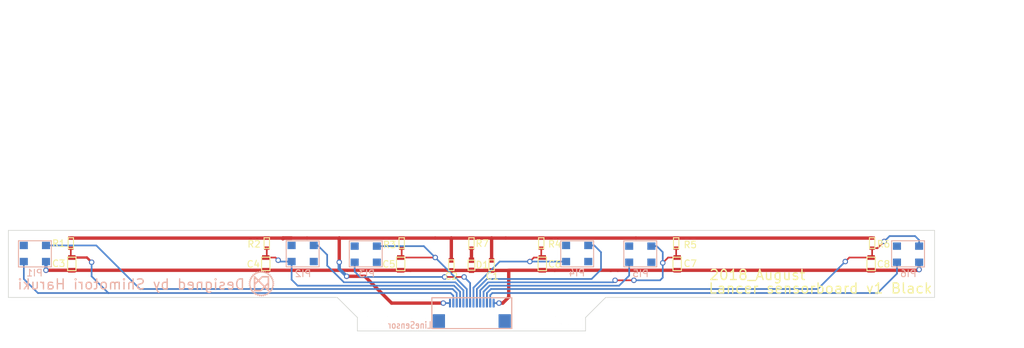
<source format=kicad_pcb>
(kicad_pcb (version 20171130) (host pcbnew "(5.0.0)")

  (general
    (thickness 1.6)
    (drawings 25)
    (tracks 177)
    (zones 0)
    (modules 26)
    (nets 16)
  )

  (page A4)
  (layers
    (0 F.Cu signal)
    (31 B.Cu signal)
    (32 B.Adhes user)
    (33 F.Adhes user)
    (34 B.Paste user)
    (35 F.Paste user)
    (36 B.SilkS user)
    (37 F.SilkS user)
    (38 B.Mask user)
    (39 F.Mask user)
    (40 Dwgs.User user)
    (41 Cmts.User user)
    (42 Eco1.User user)
    (43 Eco2.User user)
    (44 Edge.Cuts user)
    (45 Margin user)
    (46 B.CrtYd user)
    (47 F.CrtYd user)
    (48 B.Fab user)
    (49 F.Fab user)
  )

  (setup
    (last_trace_width 0.25)
    (user_trace_width 0.25)
    (user_trace_width 0.35)
    (user_trace_width 0.4)
    (user_trace_width 0.5)
    (trace_clearance 0.2)
    (zone_clearance 0.508)
    (zone_45_only no)
    (trace_min 0.2)
    (segment_width 0.2)
    (edge_width 0.15)
    (via_size 0.8)
    (via_drill 0.5)
    (via_min_size 0.8)
    (via_min_drill 0.4)
    (uvia_size 0.3)
    (uvia_drill 0.1)
    (uvias_allowed no)
    (uvia_min_size 0.2)
    (uvia_min_drill 0.1)
    (pcb_text_width 0.3)
    (pcb_text_size 1.5 1.5)
    (mod_edge_width 0.15)
    (mod_text_size 1 1)
    (mod_text_width 0.15)
    (pad_size 1.524 1.524)
    (pad_drill 0.762)
    (pad_to_mask_clearance 0.2)
    (aux_axis_origin 137.8 102)
    (visible_elements 7FFFF7FF)
    (pcbplotparams
      (layerselection 0x010f0_ffffffff)
      (usegerberextensions true)
      (usegerberattributes false)
      (usegerberadvancedattributes false)
      (creategerberjobfile false)
      (excludeedgelayer true)
      (linewidth 0.100000)
      (plotframeref false)
      (viasonmask false)
      (mode 1)
      (useauxorigin false)
      (hpglpennumber 1)
      (hpglpenspeed 20)
      (hpglpendiameter 15.000000)
      (psnegative false)
      (psa4output false)
      (plotreference true)
      (plotvalue true)
      (plotinvisibletext false)
      (padsonsilk false)
      (subtractmaskfromsilk false)
      (outputformat 1)
      (mirror false)
      (drillshape 0)
      (scaleselection 1)
      (outputdirectory "C:/_underbird_file/circuit/2018_lancer/lancer_sensorbord_v1_black/gerber/"))
  )

  (net 0 "")
  (net 1 +3V3)
  (net 2 GND)
  (net 3 ANALOG_SEN1)
  (net 4 ANALOG_SEN2)
  (net 5 ANALOG_SEN3)
  (net 6 ANALOG_SEN4)
  (net 7 ANALOG_SEN5)
  (net 8 ANALOG_SEN6)
  (net 9 VR1)
  (net 10 VR2)
  (net 11 VR3)
  (net 12 VR4)
  (net 13 VR5)
  (net 14 VR6)
  (net 15 "Net-(D1-Pad2)")

  (net_class Default "これは標準のネット クラスです。"
    (clearance 0.2)
    (trace_width 0.25)
    (via_dia 0.8)
    (via_drill 0.5)
    (uvia_dia 0.3)
    (uvia_drill 0.1)
    (add_net +3V3)
    (add_net ANALOG_SEN1)
    (add_net ANALOG_SEN2)
    (add_net ANALOG_SEN3)
    (add_net ANALOG_SEN4)
    (add_net ANALOG_SEN5)
    (add_net ANALOG_SEN6)
    (add_net GND)
    (add_net "Net-(D1-Pad2)")
    (add_net VR1)
    (add_net VR2)
    (add_net VR3)
    (add_net VR4)
    (add_net VR5)
    (add_net VR6)
  )

  (module GP2S700HCP:GP2S700HCP (layer F.Cu) (tedit 5B6437EF) (tstamp 5B25F92C)
    (at 161.8 102.3)
    (path /5B1E5688)
    (fp_text reference PI4 (at 4.9 -1.9) (layer B.SilkS)
      (effects (font (size 1 1) (thickness 0.15)) (justify mirror))
    )
    (fp_text value GP2S700HCP (at 5 -8.1) (layer F.Fab)
      (effects (font (size 1 1) (thickness 0.15)))
    )
    (fp_line (start 2.5 -2.8) (end 2.5 -6.7) (layer B.SilkS) (width 0.15))
    (fp_line (start 7.4 -2.8) (end 2.5 -2.8) (layer B.SilkS) (width 0.15))
    (fp_line (start 7.4 -6.7) (end 7.4 -2.8) (layer B.SilkS) (width 0.15))
    (fp_line (start 2.5 -6.7) (end 7.4 -6.7) (layer B.SilkS) (width 0.15))
    (pad 3 smd rect (at 6.6 -3.6) (size 1.2 1.1) (layers B.Cu B.Paste B.Mask)
      (net 2 GND))
    (pad 2 smd rect (at 3.3 -3.6) (size 1.2 1.1) (layers B.Cu B.Paste B.Mask)
      (net 6 ANALOG_SEN4))
    (pad 4 smd rect (at 6.6 -6) (size 1.2 1.1) (layers B.Cu B.Paste B.Mask)
      (net 12 VR4))
    (pad 1 smd rect (at 3.3 -6) (size 1.2 1.1) (layers B.Cu B.Paste B.Mask)
      (net 2 GND))
  )

  (module "CN-FFC-SMT2(CN-FFC(0:CN-FFC-SMT2(CN-FFC(0.5)14PD)" (layer F.Cu) (tedit 5B66C642) (tstamp 5B28C679)
    (at 144.8 109.4)
    (path /5B288245)
    (fp_text reference LineSensor (at -3 -1.2) (layer B.SilkS)
      (effects (font (size 1 0.8) (thickness 0.15)) (justify mirror))
    )
    (fp_text value "CN-FFC-SMT2(CN-FFC(0.5)14PD)" (at 7.8 0.7) (layer F.Fab)
      (effects (font (size 1 1) (thickness 0.15)))
    )
    (fp_line (start 0.3 -5.3) (end 0.3 -0.7) (layer B.SilkS) (width 0.15))
    (fp_line (start 12.2 -5.3) (end 0.3 -5.3) (layer B.SilkS) (width 0.15))
    (fp_line (start 12.2 -0.7) (end 12.2 -5.3) (layer B.SilkS) (width 0.15))
    (fp_line (start 0.3 -0.7) (end 12.2 -0.7) (layer B.SilkS) (width 0.15))
    (fp_line (start 0.3 -0.7) (end 12.2 -0.7) (layer B.SilkS) (width 0.15))
    (fp_line (start 12.2 -0.7) (end 12.2 -5.3) (layer B.SilkS) (width 0.15))
    (fp_line (start 12.2 -5.3) (end 0.3 -5.3) (layer B.SilkS) (width 0.15))
    (fp_line (start 0.3 -5.3) (end 0.3 -0.7) (layer B.SilkS) (width 0.15))
    (pad 14 smd rect (at 9.5 -4.5) (size 0.3 1.25) (layers B.Cu B.Paste B.Mask)
      (net 2 GND))
    (pad 13 smd rect (at 9 -4.5) (size 0.3 1.25) (layers B.Cu B.Paste B.Mask)
      (net 14 VR6))
    (pad 12 smd rect (at 8.5 -4.5) (size 0.3 1.25) (layers B.Cu B.Paste B.Mask)
      (net 8 ANALOG_SEN6))
    (pad 11 smd rect (at 8 -4.5) (size 0.3 1.25) (layers B.Cu B.Paste B.Mask)
      (net 13 VR5))
    (pad 10 smd rect (at 7.5 -4.5) (size 0.3 1.25) (layers B.Cu B.Paste B.Mask)
      (net 7 ANALOG_SEN5))
    (pad 9 smd rect (at 7 -4.5) (size 0.3 1.25) (layers B.Cu B.Paste B.Mask)
      (net 12 VR4))
    (pad 8 smd rect (at 6.5 -4.5) (size 0.3 1.25) (layers B.Cu B.Paste B.Mask)
      (net 6 ANALOG_SEN4))
    (pad 7 smd rect (at 6 -4.5) (size 0.3 1.25) (layers B.Cu B.Paste B.Mask)
      (net 11 VR3))
    (pad 6 smd rect (at 5.5 -4.5) (size 0.3 1.25) (layers B.Cu B.Paste B.Mask)
      (net 5 ANALOG_SEN3))
    (pad 5 smd rect (at 5 -4.5) (size 0.3 1.25) (layers B.Cu B.Paste B.Mask)
      (net 10 VR2))
    (pad 4 smd rect (at 4.5 -4.5) (size 0.3 1.25) (layers B.Cu B.Paste B.Mask)
      (net 4 ANALOG_SEN2))
    (pad 3 smd rect (at 4 -4.5) (size 0.3 1.25) (layers B.Cu B.Paste B.Mask)
      (net 9 VR1))
    (pad 2 smd rect (at 3.5 -4.5) (size 0.3 1.25) (layers B.Cu B.Paste B.Mask)
      (net 3 ANALOG_SEN1))
    (pad "" smd rect (at 1.35 -1.825) (size 1.8 2) (layers B.Cu B.Paste B.Mask))
    (pad "" smd rect (at 11.15 -1.825) (size 1.8 2) (layers B.Cu B.Paste B.Mask))
    (pad 1 smd rect (at 3 -4.5) (size 0.3 1.25) (layers B.Cu B.Paste B.Mask)
      (net 1 +3V3))
    (pad 1 smd rect (at 3 -4.5) (size 0.3 1.25) (layers B.Cu B.Paste B.Mask)
      (net 1 +3V3))
    (pad "" smd rect (at 11.15 -1.825) (size 1.8 2) (layers B.Cu B.Paste B.Mask))
    (pad "" smd rect (at 1.35 -1.825) (size 1.8 2) (layers B.Cu B.Paste B.Mask))
    (pad 2 smd rect (at 3.5 -4.5) (size 0.3 1.25) (layers B.Cu B.Paste B.Mask)
      (net 3 ANALOG_SEN1))
    (pad 3 smd rect (at 4 -4.5) (size 0.3 1.25) (layers B.Cu B.Paste B.Mask)
      (net 9 VR1))
    (pad 4 smd rect (at 4.5 -4.5) (size 0.3 1.25) (layers B.Cu B.Paste B.Mask)
      (net 4 ANALOG_SEN2))
    (pad 5 smd rect (at 5 -4.5) (size 0.3 1.25) (layers B.Cu B.Paste B.Mask)
      (net 10 VR2))
    (pad 6 smd rect (at 5.5 -4.5) (size 0.3 1.25) (layers B.Cu B.Paste B.Mask)
      (net 5 ANALOG_SEN3))
    (pad 7 smd rect (at 6 -4.5) (size 0.3 1.25) (layers B.Cu B.Paste B.Mask)
      (net 11 VR3))
    (pad 8 smd rect (at 6.5 -4.5) (size 0.3 1.25) (layers B.Cu B.Paste B.Mask)
      (net 6 ANALOG_SEN4))
    (pad 9 smd rect (at 7 -4.5) (size 0.3 1.25) (layers B.Cu B.Paste B.Mask)
      (net 12 VR4))
    (pad 10 smd rect (at 7.5 -4.5) (size 0.3 1.25) (layers B.Cu B.Paste B.Mask)
      (net 7 ANALOG_SEN5))
    (pad 11 smd rect (at 8 -4.5) (size 0.3 1.25) (layers B.Cu B.Paste B.Mask)
      (net 13 VR5))
    (pad 12 smd rect (at 8.5 -4.5) (size 0.3 1.25) (layers B.Cu B.Paste B.Mask)
      (net 8 ANALOG_SEN6))
    (pad 13 smd rect (at 9 -4.5) (size 0.3 1.25) (layers B.Cu B.Paste B.Mask)
      (net 14 VR6))
    (pad 14 smd rect (at 9.5 -4.5) (size 0.3 1.25) (layers B.Cu B.Paste B.Mask)
      (net 2 GND))
  )

  (module GP2S700HCP:GP2S700HCP (layer F.Cu) (tedit 5B6437FD) (tstamp 5B25F914)
    (at 120.9 102.3)
    (path /5B1E5E28)
    (fp_text reference PI2 (at 5 -1.8) (layer B.SilkS)
      (effects (font (size 1 1) (thickness 0.15)) (justify mirror))
    )
    (fp_text value GP2S700HCP (at 4.8 -8) (layer F.Fab)
      (effects (font (size 1 1) (thickness 0.15)))
    )
    (fp_line (start 2.5 -2.8) (end 2.5 -6.7) (layer B.SilkS) (width 0.15))
    (fp_line (start 7.4 -2.8) (end 2.5 -2.8) (layer B.SilkS) (width 0.15))
    (fp_line (start 7.4 -6.7) (end 7.4 -2.8) (layer B.SilkS) (width 0.15))
    (fp_line (start 2.5 -6.7) (end 7.4 -6.7) (layer B.SilkS) (width 0.15))
    (pad 3 smd rect (at 6.6 -3.6) (size 1.2 1.1) (layers B.Cu B.Paste B.Mask)
      (net 2 GND))
    (pad 2 smd rect (at 3.3 -3.6) (size 1.2 1.1) (layers B.Cu B.Paste B.Mask)
      (net 4 ANALOG_SEN2))
    (pad 4 smd rect (at 6.6 -6) (size 1.2 1.1) (layers B.Cu B.Paste B.Mask)
      (net 10 VR2))
    (pad 1 smd rect (at 3.3 -6) (size 1.2 1.1) (layers B.Cu B.Paste B.Mask)
      (net 2 GND))
  )

  (module GP2S700HCP:GP2S700HCP (layer F.Cu) (tedit 5B6437F1) (tstamp 5B25F938)
    (at 181.1 92.8 180)
    (path /5B1E5878)
    (fp_text reference PI5 (at 4.9 -7.7 180) (layer B.SilkS)
      (effects (font (size 1 1) (thickness 0.15)) (justify mirror))
    )
    (fp_text value GP2S700HCP (at 3.7 -1.5 180) (layer F.Fab)
      (effects (font (size 1 1) (thickness 0.15)))
    )
    (fp_line (start 2.5 -2.8) (end 2.5 -6.7) (layer B.SilkS) (width 0.15))
    (fp_line (start 7.4 -2.8) (end 2.5 -2.8) (layer B.SilkS) (width 0.15))
    (fp_line (start 7.4 -6.7) (end 7.4 -2.8) (layer B.SilkS) (width 0.15))
    (fp_line (start 2.5 -6.7) (end 7.4 -6.7) (layer B.SilkS) (width 0.15))
    (pad 3 smd rect (at 6.6 -3.6 180) (size 1.2 1.1) (layers B.Cu B.Paste B.Mask)
      (net 2 GND))
    (pad 2 smd rect (at 3.3 -3.6 180) (size 1.2 1.1) (layers B.Cu B.Paste B.Mask)
      (net 7 ANALOG_SEN5))
    (pad 4 smd rect (at 6.6 -6 180) (size 1.2 1.1) (layers B.Cu B.Paste B.Mask)
      (net 13 VR5))
    (pad 1 smd rect (at 3.3 -6 180) (size 1.2 1.1) (layers B.Cu B.Paste B.Mask)
      (net 2 GND))
  )

  (module GP2S700HCP:GP2S700HCP (layer F.Cu) (tedit 5B6437F5) (tstamp 5B25F944)
    (at 221 92.8 180)
    (path /5B1E5A02)
    (fp_text reference PI6 (at 4.9 -7.7 180) (layer B.SilkS)
      (effects (font (size 1 1) (thickness 0.15)) (justify mirror))
    )
    (fp_text value GP2S700HCP (at 4.7 -1.2 180) (layer F.Fab)
      (effects (font (size 1 1) (thickness 0.15)))
    )
    (fp_line (start 2.5 -2.8) (end 2.5 -6.7) (layer B.SilkS) (width 0.15))
    (fp_line (start 7.4 -2.8) (end 2.5 -2.8) (layer B.SilkS) (width 0.15))
    (fp_line (start 7.4 -6.7) (end 7.4 -2.8) (layer B.SilkS) (width 0.15))
    (fp_line (start 2.5 -6.7) (end 7.4 -6.7) (layer B.SilkS) (width 0.15))
    (pad 3 smd rect (at 6.6 -3.6 180) (size 1.2 1.1) (layers B.Cu B.Paste B.Mask)
      (net 2 GND))
    (pad 2 smd rect (at 3.3 -3.6 180) (size 1.2 1.1) (layers B.Cu B.Paste B.Mask)
      (net 8 ANALOG_SEN6))
    (pad 4 smd rect (at 6.6 -6 180) (size 1.2 1.1) (layers B.Cu B.Paste B.Mask)
      (net 14 VR6))
    (pad 1 smd rect (at 3.3 -6 180) (size 1.2 1.1) (layers B.Cu B.Paste B.Mask)
      (net 2 GND))
  )

  (module GP2S700HCP:GP2S700HCP (layer F.Cu) (tedit 5B643804) (tstamp 5B25F908)
    (at 81 102.3)
    (path /5B1E5DF2)
    (fp_text reference PI1 (at 4.9 -1.9) (layer B.SilkS)
      (effects (font (size 1 1) (thickness 0.15)) (justify mirror))
    )
    (fp_text value GP2S700HCP (at 4.8 -8.6) (layer F.Fab)
      (effects (font (size 1 1) (thickness 0.15)))
    )
    (fp_line (start 2.5 -2.8) (end 2.5 -6.7) (layer B.SilkS) (width 0.15))
    (fp_line (start 7.4 -2.8) (end 2.5 -2.8) (layer B.SilkS) (width 0.15))
    (fp_line (start 7.4 -6.7) (end 7.4 -2.8) (layer B.SilkS) (width 0.15))
    (fp_line (start 2.5 -6.7) (end 7.4 -6.7) (layer B.SilkS) (width 0.15))
    (pad 3 smd rect (at 6.6 -3.6) (size 1.2 1.1) (layers B.Cu B.Paste B.Mask)
      (net 2 GND))
    (pad 2 smd rect (at 3.3 -3.6) (size 1.2 1.1) (layers B.Cu B.Paste B.Mask)
      (net 3 ANALOG_SEN1))
    (pad 4 smd rect (at 6.6 -6) (size 1.2 1.1) (layers B.Cu B.Paste B.Mask)
      (net 9 VR1))
    (pad 1 smd rect (at 3.3 -6) (size 1.2 1.1) (layers B.Cu B.Paste B.Mask)
      (net 2 GND))
  )

  (module GP2S700HCP:GP2S700HCP (layer F.Cu) (tedit 5B6437FF) (tstamp 5B25F920)
    (at 140.2 92.8 180)
    (path /5B1CEE93)
    (fp_text reference PI3 (at 4.8 -7.7 180) (layer B.SilkS)
      (effects (font (size 1 1) (thickness 0.15)) (justify mirror))
    )
    (fp_text value GP2S700HCP (at 3.6 -1.5 180) (layer F.Fab)
      (effects (font (size 1 1) (thickness 0.15)))
    )
    (fp_line (start 2.5 -2.8) (end 2.5 -6.7) (layer B.SilkS) (width 0.15))
    (fp_line (start 7.4 -2.8) (end 2.5 -2.8) (layer B.SilkS) (width 0.15))
    (fp_line (start 7.4 -6.7) (end 7.4 -2.8) (layer B.SilkS) (width 0.15))
    (fp_line (start 2.5 -6.7) (end 7.4 -6.7) (layer B.SilkS) (width 0.15))
    (pad 3 smd rect (at 6.6 -3.6 180) (size 1.2 1.1) (layers B.Cu B.Paste B.Mask)
      (net 2 GND))
    (pad 2 smd rect (at 3.3 -3.6 180) (size 1.2 1.1) (layers B.Cu B.Paste B.Mask)
      (net 5 ANALOG_SEN3))
    (pad 4 smd rect (at 6.6 -6 180) (size 1.2 1.1) (layers B.Cu B.Paste B.Mask)
      (net 11 VR3))
    (pad 1 smd rect (at 3.3 -6 180) (size 1.2 1.1) (layers B.Cu B.Paste B.Mask)
      (net 2 GND))
  )

  (module "LED 1608:LED 1608" (layer F.Cu) (tedit 5B62B200) (tstamp 5B62BA17)
    (at 151.9 100.7 90)
    (path /5B6361C6)
    (fp_text reference D1 (at 1.5 0.7 180) (layer F.SilkS)
      (effects (font (size 1 1) (thickness 0.15)))
    )
    (fp_text value LED_ALT (at -2 -0.7 180) (layer F.Fab)
      (effects (font (size 1 1) (thickness 0.15)))
    )
    (fp_line (start 0.7 -0.4) (end 0.7 -1.4) (layer F.SilkS) (width 0.15))
    (fp_line (start 2.2 -0.4) (end 0.7 -0.4) (layer F.SilkS) (width 0.15))
    (fp_line (start 2.2 -1.4) (end 2.2 -0.4) (layer F.SilkS) (width 0.15))
    (fp_line (start 0.7 -1.4) (end 2.2 -1.4) (layer F.SilkS) (width 0.15))
    (pad 2 smd rect (at 2.2 -0.9 90) (size 0.8 0.8) (layers F.Cu F.Paste F.Mask)
      (net 15 "Net-(D1-Pad2)"))
    (pad 1 smd rect (at 0.7 -0.9 90) (size 0.8 0.8) (layers F.Cu F.Paste F.Mask)
      (net 2 GND))
  )

  (module C_2012_HandSolderring_0.1u:C_2012_HandSolderring_0.1u (layer F.Cu) (tedit 5B63C7E2) (tstamp 5B25F8C4)
    (at 138.5 96.7 270)
    (path /5B1CF931)
    (fp_text reference C5 (at 2.4 -0.2) (layer F.SilkS)
      (effects (font (size 1 1) (thickness 0.15)))
    )
    (fp_text value 1000p (at 4.3 -2) (layer F.Fab)
      (effects (font (size 1 1) (thickness 0.15)))
    )
    (fp_line (start 1.35 -2.575) (end 1.35 -1.325) (layer F.SilkS) (width 0.15))
    (fp_line (start 1.35 -1.325) (end 3.35 -1.325) (layer F.SilkS) (width 0.15))
    (fp_line (start 3.35 -2.575) (end 3.35 -1.325) (layer F.SilkS) (width 0.15))
    (fp_line (start 1.35 -2.575) (end 3.35 -2.575) (layer F.SilkS) (width 0.15))
    (pad 1 smd rect (at 1.4 -1.95 270) (size 0.7 1.1) (layers F.Cu F.Paste F.Mask)
      (net 5 ANALOG_SEN3))
    (pad 2 smd rect (at 3.3 -1.95 270) (size 0.7 1.1) (layers F.Cu F.Paste F.Mask)
      (net 2 GND))
  )

  (module C_1608_HandSolderring_1000pF:C_1608_HandSolderring_1000pF (layer F.Cu) (tedit 5B63C806) (tstamp 5B25F89C)
    (at 153.1 97.9 270)
    (path /5B1E3960)
    (fp_text reference C1 (at 3 -1) (layer F.SilkS)
      (effects (font (size 1 1) (thickness 0.15)))
    )
    (fp_text value 0.1u (at -0.5 -0.9) (layer F.Fab)
      (effects (font (size 1 1) (thickness 0.15)))
    )
    (fp_line (start 0.55 -0.5) (end 2.15 -0.5) (layer F.SilkS) (width 0.15))
    (fp_line (start 0.55 -1.3) (end 0.55 -0.5) (layer F.SilkS) (width 0.15))
    (fp_line (start 0.55 -1.3) (end 2.15 -1.3) (layer F.SilkS) (width 0.15))
    (fp_line (start 2.15 -1.3) (end 2.15 -0.5) (layer F.SilkS) (width 0.15))
    (pad 1 smd rect (at 0.625 -0.9 270) (size 0.7 0.8) (layers F.Cu F.Paste F.Mask)
      (net 1 +3V3))
    (pad 2 smd rect (at 2.125 -0.9 270) (size 0.7 0.8) (layers F.Cu F.Paste F.Mask)
      (net 2 GND))
  )

  (module C_1608_HandSolderring_1000pF:C_1608_HandSolderring_1000pF (layer F.Cu) (tedit 5B63C7E9) (tstamp 5B25F8A6)
    (at 147.1 97.9 270)
    (path /5B1E3987)
    (fp_text reference C2 (at 3 -0.9) (layer F.SilkS)
      (effects (font (size 1 1) (thickness 0.15)))
    )
    (fp_text value 0.1u (at -0.6 -1.5) (layer F.Fab)
      (effects (font (size 1 1) (thickness 0.15)))
    )
    (fp_line (start 0.55 -0.5) (end 2.15 -0.5) (layer F.SilkS) (width 0.15))
    (fp_line (start 0.55 -1.3) (end 0.55 -0.5) (layer F.SilkS) (width 0.15))
    (fp_line (start 0.55 -1.3) (end 2.15 -1.3) (layer F.SilkS) (width 0.15))
    (fp_line (start 2.15 -1.3) (end 2.15 -0.5) (layer F.SilkS) (width 0.15))
    (pad 1 smd rect (at 0.625 -0.9 270) (size 0.7 0.8) (layers F.Cu F.Paste F.Mask)
      (net 1 +3V3))
    (pad 2 smd rect (at 2.125 -0.9 270) (size 0.7 0.8) (layers F.Cu F.Paste F.Mask)
      (net 2 GND))
  )

  (module C_2012_HandSolderring_0.1u:C_2012_HandSolderring_0.1u (layer F.Cu) (tedit 5B63C794) (tstamp 5B25F8B0)
    (at 89.5 96.7 270)
    (path /5B1E5E12)
    (fp_text reference C3 (at 2.3 0) (layer F.SilkS)
      (effects (font (size 1 1) (thickness 0.15)))
    )
    (fp_text value 1000p (at 2.5 -5.1) (layer F.Fab)
      (effects (font (size 1 1) (thickness 0.15)))
    )
    (fp_line (start 1.35 -2.575) (end 1.35 -1.325) (layer F.SilkS) (width 0.15))
    (fp_line (start 1.35 -1.325) (end 3.35 -1.325) (layer F.SilkS) (width 0.15))
    (fp_line (start 3.35 -2.575) (end 3.35 -1.325) (layer F.SilkS) (width 0.15))
    (fp_line (start 1.35 -2.575) (end 3.35 -2.575) (layer F.SilkS) (width 0.15))
    (pad 1 smd rect (at 1.4 -1.95 270) (size 0.7 1.1) (layers F.Cu F.Paste F.Mask)
      (net 3 ANALOG_SEN1))
    (pad 2 smd rect (at 3.3 -1.95 270) (size 0.7 1.1) (layers F.Cu F.Paste F.Mask)
      (net 2 GND))
  )

  (module C_2012_HandSolderring_0.1u:C_2012_HandSolderring_0.1u (layer F.Cu) (tedit 5B63C7B0) (tstamp 5B63C6B3)
    (at 118.4 96.7 270)
    (path /5B1E5E48)
    (fp_text reference C4 (at 2.4 -0.1) (layer F.SilkS)
      (effects (font (size 1 1) (thickness 0.15)))
    )
    (fp_text value 1000p (at 2.2 3.2) (layer F.Fab)
      (effects (font (size 1 1) (thickness 0.15)))
    )
    (fp_line (start 1.35 -2.575) (end 1.35 -1.325) (layer F.SilkS) (width 0.15))
    (fp_line (start 1.35 -1.325) (end 3.35 -1.325) (layer F.SilkS) (width 0.15))
    (fp_line (start 3.35 -2.575) (end 3.35 -1.325) (layer F.SilkS) (width 0.15))
    (fp_line (start 1.35 -2.575) (end 3.35 -2.575) (layer F.SilkS) (width 0.15))
    (pad 1 smd rect (at 1.4 -1.95 270) (size 0.7 1.1) (layers F.Cu F.Paste F.Mask)
      (net 4 ANALOG_SEN2))
    (pad 2 smd rect (at 3.3 -1.95 270) (size 0.7 1.1) (layers F.Cu F.Paste F.Mask)
      (net 2 GND))
  )

  (module C_2012_HandSolderring_0.1u:C_2012_HandSolderring_0.1u (layer F.Cu) (tedit 5B63C7F8) (tstamp 5B25F8CE)
    (at 159.6 96.7 270)
    (path /5B1E56A8)
    (fp_text reference C6 (at 2.4 -3.8) (layer F.SilkS)
      (effects (font (size 1 1) (thickness 0.15)))
    )
    (fp_text value 1000p (at 4.2 -2.2) (layer F.Fab)
      (effects (font (size 1 1) (thickness 0.15)))
    )
    (fp_line (start 1.35 -2.575) (end 1.35 -1.325) (layer F.SilkS) (width 0.15))
    (fp_line (start 1.35 -1.325) (end 3.35 -1.325) (layer F.SilkS) (width 0.15))
    (fp_line (start 3.35 -2.575) (end 3.35 -1.325) (layer F.SilkS) (width 0.15))
    (fp_line (start 1.35 -2.575) (end 3.35 -2.575) (layer F.SilkS) (width 0.15))
    (pad 1 smd rect (at 1.4 -1.95 270) (size 0.7 1.1) (layers F.Cu F.Paste F.Mask)
      (net 6 ANALOG_SEN4))
    (pad 2 smd rect (at 3.3 -1.95 270) (size 0.7 1.1) (layers F.Cu F.Paste F.Mask)
      (net 2 GND))
  )

  (module C_2012_HandSolderring_0.1u:C_2012_HandSolderring_0.1u (layer F.Cu) (tedit 5B63C826) (tstamp 5B25F8D8)
    (at 179.7 96.7 270)
    (path /5B1E5898)
    (fp_text reference C7 (at 2.3 -3.9) (layer F.SilkS)
      (effects (font (size 1 1) (thickness 0.15)))
    )
    (fp_text value 1000p (at 2.2 -7.5) (layer F.Fab)
      (effects (font (size 1 1) (thickness 0.15)))
    )
    (fp_line (start 1.35 -2.575) (end 1.35 -1.325) (layer F.SilkS) (width 0.15))
    (fp_line (start 1.35 -1.325) (end 3.35 -1.325) (layer F.SilkS) (width 0.15))
    (fp_line (start 3.35 -2.575) (end 3.35 -1.325) (layer F.SilkS) (width 0.15))
    (fp_line (start 1.35 -2.575) (end 3.35 -2.575) (layer F.SilkS) (width 0.15))
    (pad 1 smd rect (at 1.4 -1.95 270) (size 0.7 1.1) (layers F.Cu F.Paste F.Mask)
      (net 7 ANALOG_SEN5))
    (pad 2 smd rect (at 3.3 -1.95 270) (size 0.7 1.1) (layers F.Cu F.Paste F.Mask)
      (net 2 GND))
  )

  (module C_2012_HandSolderring_0.1u:C_2012_HandSolderring_0.1u (layer F.Cu) (tedit 5B63C833) (tstamp 5B25F8E2)
    (at 208.6 96.7 270)
    (path /5B1E5A22)
    (fp_text reference C8 (at 2.4 -3.8) (layer F.SilkS)
      (effects (font (size 1 1) (thickness 0.15)))
    )
    (fp_text value 1000p (at 2.5 1.3) (layer F.Fab)
      (effects (font (size 1 1) (thickness 0.15)))
    )
    (fp_line (start 1.35 -2.575) (end 1.35 -1.325) (layer F.SilkS) (width 0.15))
    (fp_line (start 1.35 -1.325) (end 3.35 -1.325) (layer F.SilkS) (width 0.15))
    (fp_line (start 3.35 -2.575) (end 3.35 -1.325) (layer F.SilkS) (width 0.15))
    (fp_line (start 1.35 -2.575) (end 3.35 -2.575) (layer F.SilkS) (width 0.15))
    (pad 1 smd rect (at 1.4 -1.95 270) (size 0.7 1.1) (layers F.Cu F.Paste F.Mask)
      (net 8 ANALOG_SEN6))
    (pad 2 smd rect (at 3.3 -1.95 270) (size 0.7 1.1) (layers F.Cu F.Paste F.Mask)
      (net 2 GND))
  )

  (module R_1608_HandSoldering:R_1608_HandSoldering (layer F.Cu) (tedit 5B63C77B) (tstamp 5B25F94A)
    (at 89.7 93.8 270)
    (path /5B267697)
    (fp_text reference R1 (at 2.2 0.2) (layer F.SilkS)
      (effects (font (size 1 1) (thickness 0.15)))
    )
    (fp_text value 100k (at 2.1 -4.3) (layer F.Fab)
      (effects (font (size 1 1) (thickness 0.15)))
    )
    (fp_line (start 2.95 -2) (end 2.95 -1.2) (layer F.SilkS) (width 0.15))
    (fp_line (start 1.35 -1.2) (end 2.95 -1.2) (layer F.SilkS) (width 0.15))
    (fp_line (start 1.35 -2) (end 1.35 -1.2) (layer F.SilkS) (width 0.15))
    (fp_line (start 1.35 -2) (end 2.95 -2) (layer F.SilkS) (width 0.15))
    (pad 1 smd rect (at 1.4 -1.6 270) (size 0.5 0.8) (layers F.Cu F.Paste F.Mask)
      (net 1 +3V3))
    (pad 2 smd rect (at 2.9 -1.6 270) (size 0.5 0.8) (layers F.Cu F.Paste F.Mask)
      (net 3 ANALOG_SEN1))
  )

  (module R_1608_HandSoldering:R_1608_HandSoldering (layer F.Cu) (tedit 5B63C79C) (tstamp 5B25F950)
    (at 118.9 93.8 270)
    (path /5B2676D4)
    (fp_text reference R2 (at 2.3 0.3) (layer F.SilkS)
      (effects (font (size 1 1) (thickness 0.15)))
    )
    (fp_text value 100k (at 2.3 3.3) (layer F.Fab)
      (effects (font (size 1 1) (thickness 0.15)))
    )
    (fp_line (start 2.95 -2) (end 2.95 -1.2) (layer F.SilkS) (width 0.15))
    (fp_line (start 1.35 -1.2) (end 2.95 -1.2) (layer F.SilkS) (width 0.15))
    (fp_line (start 1.35 -2) (end 1.35 -1.2) (layer F.SilkS) (width 0.15))
    (fp_line (start 1.35 -2) (end 2.95 -2) (layer F.SilkS) (width 0.15))
    (pad 1 smd rect (at 1.4 -1.6 270) (size 0.5 0.8) (layers F.Cu F.Paste F.Mask)
      (net 1 +3V3))
    (pad 2 smd rect (at 2.9 -1.6 270) (size 0.5 0.8) (layers F.Cu F.Paste F.Mask)
      (net 4 ANALOG_SEN2))
  )

  (module R_1608_HandSoldering:R_1608_HandSoldering (layer F.Cu) (tedit 5B63C7CD) (tstamp 5B25F956)
    (at 139 93.8 270)
    (path /5B26770B)
    (fp_text reference R3 (at 2.4 0.2) (layer F.SilkS)
      (effects (font (size 1 1) (thickness 0.15)))
    )
    (fp_text value 100k (at 0.7 -1.5) (layer F.Fab)
      (effects (font (size 1 1) (thickness 0.15)))
    )
    (fp_line (start 2.95 -2) (end 2.95 -1.2) (layer F.SilkS) (width 0.15))
    (fp_line (start 1.35 -1.2) (end 2.95 -1.2) (layer F.SilkS) (width 0.15))
    (fp_line (start 1.35 -2) (end 1.35 -1.2) (layer F.SilkS) (width 0.15))
    (fp_line (start 1.35 -2) (end 2.95 -2) (layer F.SilkS) (width 0.15))
    (pad 1 smd rect (at 1.4 -1.6 270) (size 0.5 0.8) (layers F.Cu F.Paste F.Mask)
      (net 1 +3V3))
    (pad 2 smd rect (at 2.9 -1.6 270) (size 0.5 0.8) (layers F.Cu F.Paste F.Mask)
      (net 5 ANALOG_SEN3))
  )

  (module R_1608_HandSoldering:R_1608_HandSoldering locked (layer F.Cu) (tedit 5B63C6AD) (tstamp 5B25F95C)
    (at 159.8 93.8 270)
    (path /5B267744)
    (fp_text reference R4 (at 2.3 -3.6) (layer F.SilkS)
      (effects (font (size 1 1) (thickness 0.15)))
    )
    (fp_text value 100k (at 0.1 -1.7 180) (layer F.Fab)
      (effects (font (size 1 1) (thickness 0.15)))
    )
    (fp_line (start 2.95 -2) (end 2.95 -1.2) (layer F.SilkS) (width 0.15))
    (fp_line (start 1.35 -1.2) (end 2.95 -1.2) (layer F.SilkS) (width 0.15))
    (fp_line (start 1.35 -2) (end 1.35 -1.2) (layer F.SilkS) (width 0.15))
    (fp_line (start 1.35 -2) (end 2.95 -2) (layer F.SilkS) (width 0.15))
    (pad 1 smd rect (at 1.4 -1.6 270) (size 0.5 0.8) (layers F.Cu F.Paste F.Mask)
      (net 1 +3V3))
    (pad 2 smd rect (at 2.9 -1.6 270) (size 0.5 0.8) (layers F.Cu F.Paste F.Mask)
      (net 6 ANALOG_SEN4))
  )

  (module R_1608_HandSoldering:R_1608_HandSoldering (layer F.Cu) (tedit 5B63C821) (tstamp 5B25F962)
    (at 179.9 93.8 270)
    (path /5B26777F)
    (fp_text reference R5 (at 2.4 -3.7) (layer F.SilkS)
      (effects (font (size 1 1) (thickness 0.15)))
    )
    (fp_text value 100k (at 2.3 -6.8) (layer F.Fab)
      (effects (font (size 1 1) (thickness 0.15)))
    )
    (fp_line (start 2.95 -2) (end 2.95 -1.2) (layer F.SilkS) (width 0.15))
    (fp_line (start 1.35 -1.2) (end 2.95 -1.2) (layer F.SilkS) (width 0.15))
    (fp_line (start 1.35 -2) (end 1.35 -1.2) (layer F.SilkS) (width 0.15))
    (fp_line (start 1.35 -2) (end 2.95 -2) (layer F.SilkS) (width 0.15))
    (pad 1 smd rect (at 1.4 -1.6 270) (size 0.5 0.8) (layers F.Cu F.Paste F.Mask)
      (net 1 +3V3))
    (pad 2 smd rect (at 2.9 -1.6 270) (size 0.5 0.8) (layers F.Cu F.Paste F.Mask)
      (net 7 ANALOG_SEN5))
  )

  (module R_1608_HandSoldering:R_1608_HandSoldering (layer F.Cu) (tedit 5B63C82E) (tstamp 5B25F968)
    (at 209.1 93.8 270)
    (path /5B2677E4)
    (fp_text reference R6 (at 2.3 -3.3) (layer F.SilkS)
      (effects (font (size 1 1) (thickness 0.15)))
    )
    (fp_text value 100k (at 2.2 1.2) (layer F.Fab)
      (effects (font (size 1 1) (thickness 0.15)))
    )
    (fp_line (start 2.95 -2) (end 2.95 -1.2) (layer F.SilkS) (width 0.15))
    (fp_line (start 1.35 -1.2) (end 2.95 -1.2) (layer F.SilkS) (width 0.15))
    (fp_line (start 1.35 -2) (end 1.35 -1.2) (layer F.SilkS) (width 0.15))
    (fp_line (start 1.35 -2) (end 2.95 -2) (layer F.SilkS) (width 0.15))
    (pad 1 smd rect (at 1.4 -1.6 270) (size 0.5 0.8) (layers F.Cu F.Paste F.Mask)
      (net 1 +3V3))
    (pad 2 smd rect (at 2.9 -1.6 270) (size 0.5 0.8) (layers F.Cu F.Paste F.Mask)
      (net 8 ANALOG_SEN6))
  )

  (module R_1608_HandSoldering:R_1608_HandSoldering (layer F.Cu) (tedit 5B63C7D4) (tstamp 5B62BA21)
    (at 149.4 93.8 270)
    (path /5B636146)
    (fp_text reference R7 (at 2.2 -3.2) (layer F.SilkS)
      (effects (font (size 1 1) (thickness 0.15)))
    )
    (fp_text value 330 (at 0.5 -1.6) (layer F.Fab)
      (effects (font (size 1 1) (thickness 0.15)))
    )
    (fp_line (start 2.95 -2) (end 2.95 -1.2) (layer F.SilkS) (width 0.15))
    (fp_line (start 1.35 -1.2) (end 2.95 -1.2) (layer F.SilkS) (width 0.15))
    (fp_line (start 1.35 -2) (end 1.35 -1.2) (layer F.SilkS) (width 0.15))
    (fp_line (start 1.35 -2) (end 2.95 -2) (layer F.SilkS) (width 0.15))
    (pad 1 smd rect (at 1.4 -1.6 270) (size 0.5 0.8) (layers F.Cu F.Paste F.Mask)
      (net 1 +3V3))
    (pad 2 smd rect (at 2.9 -1.6 270) (size 0.5 0.8) (layers F.Cu F.Paste F.Mask)
      (net 15 "Net-(D1-Pad2)"))
  )

  (module Mounting_Holes:MountingHole_3.2mm_M3 (layer F.Cu) (tedit 5B8240AD) (tstamp 5B67BF85)
    (at 165 106.55)
    (descr "Mounting Hole 3.2mm, no annular, M3")
    (tags "mounting hole 3.2mm no annular m3")
    (attr virtual)
    (fp_text reference REF** (at 0 -4.2) (layer Cmts.User)
      (effects (font (size 1 1) (thickness 0.15)))
    )
    (fp_text value MountingHole_3.2mm_M3 (at 0 4.2) (layer F.Fab)
      (effects (font (size 1 1) (thickness 0.15)))
    )
    (fp_text user %R (at 0.3 0) (layer F.Fab)
      (effects (font (size 1 1) (thickness 0.15)))
    )
    (fp_circle (center 0 0) (end 3.2 0) (layer Cmts.User) (width 0.15))
    (fp_circle (center 0 0) (end 3.45 0) (layer F.CrtYd) (width 0.05))
    (pad 1 np_thru_hole circle (at 0 0) (size 3.2 3.2) (drill 3.2) (layers *.Cu *.Mask))
  )

  (module Mounting_Holes:MountingHole_3.2mm_M3 (layer F.Cu) (tedit 5B8240A6) (tstamp 5B67C4E7)
    (at 137 106.55)
    (descr "Mounting Hole 3.2mm, no annular, M3")
    (tags "mounting hole 3.2mm no annular m3")
    (attr virtual)
    (fp_text reference REF** (at 0 -4.2) (layer Cmts.User)
      (effects (font (size 1 1) (thickness 0.15)))
    )
    (fp_text value MountingHole_3.2mm_M3 (at 0 4.2) (layer F.Fab)
      (effects (font (size 1 1) (thickness 0.15)))
    )
    (fp_text user %R (at 0.3 0) (layer F.Fab)
      (effects (font (size 1 1) (thickness 0.15)))
    )
    (fp_circle (center 0 0) (end 3.2 0) (layer Cmts.User) (width 0.15))
    (fp_circle (center 0 0) (end 3.45 0) (layer F.CrtYd) (width 0.05))
    (pad 1 np_thru_hole circle (at 0 0) (size 3.2 3.2) (drill 3.2) (layers *.Cu *.Mask))
  )

  (module sh:sh_3500 (layer B.Cu) (tedit 0) (tstamp 5B81189C)
    (at 119.7 102)
    (fp_text reference G*** (at 0 0) (layer B.SilkS) hide
      (effects (font (size 1.524 1.524) (thickness 0.3)) (justify mirror))
    )
    (fp_text value LOGO (at 0.75 0) (layer B.SilkS) hide
      (effects (font (size 1.524 1.524) (thickness 0.3)) (justify mirror))
    )
    (fp_poly (pts (xy -0.483588 1.150169) (xy -0.404446 1.149914) (xy -0.330428 1.149508) (xy -0.262798 1.148965)
      (xy -0.202818 1.148301) (xy -0.151753 1.14753) (xy -0.110865 1.146668) (xy -0.081418 1.145728)
      (xy -0.064675 1.144727) (xy -0.061686 1.144279) (xy -0.051425 1.13815) (xy -0.032735 1.122974)
      (xy -0.005367 1.098517) (xy 0.030928 1.064545) (xy 0.076397 1.020824) (xy 0.131289 0.967121)
      (xy 0.195853 0.903201) (xy 0.217846 0.8813) (xy 0.475606 0.624299) (xy 0.725846 0.875054)
      (xy 0.776122 0.925248) (xy 0.823822 0.972515) (xy 0.867865 1.015808) (xy 0.907171 1.054081)
      (xy 0.940659 1.08629) (xy 0.967248 1.111386) (xy 0.985857 1.128326) (xy 0.995406 1.136062)
      (xy 0.995682 1.136218) (xy 1.02382 1.144734) (xy 1.057048 1.145694) (xy 1.088087 1.139139)
      (xy 1.09598 1.135664) (xy 1.113646 1.122518) (xy 1.131406 1.103354) (xy 1.135534 1.097694)
      (xy 1.153885 1.070688) (xy 1.153885 0.007273) (xy 1.15388 -0.137947) (xy 1.153858 -0.269361)
      (xy 1.153811 -0.387677) (xy 1.15373 -0.493601) (xy 1.153605 -0.587843) (xy 1.15343 -0.671109)
      (xy 1.153194 -0.744108) (xy 1.152889 -0.807547) (xy 1.152506 -0.862134) (xy 1.152037 -0.908577)
      (xy 1.151472 -0.947584) (xy 1.150803 -0.979863) (xy 1.150021 -1.006121) (xy 1.149118 -1.027066)
      (xy 1.148084 -1.043407) (xy 1.146912 -1.05585) (xy 1.145591 -1.065104) (xy 1.144114 -1.071876)
      (xy 1.142471 -1.076874) (xy 1.140654 -1.080807) (xy 1.140421 -1.081247) (xy 1.123087 -1.102936)
      (xy 1.098283 -1.121469) (xy 1.095736 -1.122862) (xy 1.064517 -1.139372) (xy 0.578952 -1.139372)
      (xy 0.470961 -1.139279) (xy 0.377046 -1.138995) (xy 0.296771 -1.138513) (xy 0.2297 -1.137827)
      (xy 0.175394 -1.136928) (xy 0.133419 -1.135812) (xy 0.103337 -1.134469) (xy 0.084712 -1.132894)
      (xy 0.077537 -1.131354) (xy 0.069382 -1.12476) (xy 0.052036 -1.108902) (xy 0.02655 -1.0848)
      (xy -0.006023 -1.053472) (xy -0.044631 -1.015937) (xy -0.088222 -0.973214) (xy -0.135744 -0.926321)
      (xy -0.186144 -0.876277) (xy -0.19408 -0.86837) (xy -0.449844 -0.613404) (xy -0.705708 -0.86872)
      (xy -0.756591 -0.919244) (xy -0.804921 -0.966753) (xy -0.849626 -1.010226) (xy -0.889635 -1.048644)
      (xy -0.923876 -1.080986) (xy -0.951276 -1.106233) (xy -0.970764 -1.123363) (xy -0.981268 -1.131356)
      (xy -0.982002 -1.131704) (xy -1.015163 -1.138822) (xy -1.048355 -1.133959) (xy -1.071875 -1.124276)
      (xy -1.099341 -1.104929) (xy -1.117232 -1.078447) (xy -1.11927 -1.074079) (xy -1.121113 -1.069332)
      (xy -1.122771 -1.063492) (xy -1.124253 -1.055844) (xy -1.125569 -1.04567) (xy -1.12673 -1.032256)
      (xy -1.127745 -1.014887) (xy -1.128623 -0.992845) (xy -1.129375 -0.965416) (xy -1.130011 -0.931885)
      (xy -1.13054 -0.891535) (xy -1.130971 -0.84365) (xy -1.131316 -0.787516) (xy -1.131435 -0.758328)
      (xy -0.907143 -0.758328) (xy -0.75658 -0.607764) (xy -0.606016 -0.4572) (xy -0.60605 -0.457166)
      (xy -0.293863 -0.457166) (xy 0.163199 -0.9144) (xy 0.928914 -0.9144) (xy 0.928914 -0.148685)
      (xy 0.700296 0.079846) (xy 0.471679 0.308377) (xy 0.088908 -0.074395) (xy -0.293863 -0.457166)
      (xy -0.60605 -0.457166) (xy -0.907143 -0.156073) (xy -0.907143 -0.758328) (xy -1.131435 -0.758328)
      (xy -1.131583 -0.722416) (xy -1.131783 -0.647635) (xy -1.131925 -0.562457) (xy -1.13202 -0.466167)
      (xy -1.132076 -0.358049) (xy -1.132104 -0.237386) (xy -1.132114 -0.103465) (xy -1.132115 0.006637)
      (xy -1.132135 0.153769) (xy -1.132173 0.287085) (xy -1.132196 0.407282) (xy -1.132172 0.515058)
      (xy -1.132066 0.611112) (xy -1.131846 0.696142) (xy -1.131479 0.770844) (xy -1.130932 0.835918)
      (xy -1.130172 0.89206) (xy -1.129399 0.928914) (xy -0.907143 0.928914) (xy -0.907143 0.156113)
      (xy -0.680401 -0.070715) (xy -0.633155 -0.117898) (xy -0.589079 -0.161759) (xy -0.549225 -0.201262)
      (xy -0.514647 -0.23537) (xy -0.486398 -0.263047) (xy -0.46553 -0.283257) (xy -0.453097 -0.294962)
      (xy -0.449961 -0.297543) (xy -0.44436 -0.292539) (xy -0.429314 -0.278058) (xy -0.405629 -0.2549)
      (xy -0.374112 -0.223863) (xy -0.335569 -0.185746) (xy -0.290806 -0.141348) (xy -0.24063 -0.091466)
      (xy -0.185847 -0.036901) (xy -0.127263 0.021549) (xy -0.065685 0.083086) (xy -0.065323 0.083449)
      (xy 0.315617 0.46444) (xy 0.311842 0.468217) (xy 0.631369 0.468217) (xy 0.778261 0.321194)
      (xy 0.815976 0.283508) (xy 0.850237 0.249395) (xy 0.879742 0.22014) (xy 0.903189 0.197032)
      (xy 0.919274 0.181357) (xy 0.926695 0.174403) (xy 0.927033 0.174171) (xy 0.92744 0.181175)
      (xy 0.927816 0.20117) (xy 0.928152 0.232636) (xy 0.928439 0.274049) (xy 0.928667 0.323887)
      (xy 0.928826 0.380629) (xy 0.928906 0.442752) (xy 0.928914 0.469833) (xy 0.928914 0.765496)
      (xy 0.780142 0.616856) (xy 0.631369 0.468217) (xy 0.311842 0.468217) (xy -0.148687 0.928914)
      (xy -0.907143 0.928914) (xy -1.129399 0.928914) (xy -1.129166 0.939969) (xy -1.127881 0.980343)
      (xy -1.126283 1.013879) (xy -1.12434 1.041276) (xy -1.122019 1.063232) (xy -1.119287 1.080443)
      (xy -1.11611 1.093609) (xy -1.112456 1.103427) (xy -1.108291 1.110595) (xy -1.103583 1.11581)
      (xy -1.098299 1.119772) (xy -1.092405 1.123177) (xy -1.085868 1.126723) (xy -1.078899 1.130947)
      (xy -1.049723 1.150257) (xy -0.56659 1.150257) (xy -0.483588 1.150169)) (layer B.SilkS) (width 0.01))
    (fp_poly (pts (xy 0.113839 1.738085) (xy 0.166575 1.733601) (xy 0.204685 1.810229) (xy 0.221608 1.844039)
      (xy 0.234589 1.866733) (xy 0.246519 1.879999) (xy 0.26029 1.885525) (xy 0.278796 1.884999)
      (xy 0.304927 1.88011) (xy 0.319231 1.877086) (xy 0.359063 1.868714) (xy 0.371943 1.785765)
      (xy 0.377225 1.75287) (xy 0.381922 1.725687) (xy 0.385501 1.70716) (xy 0.387368 1.700269)
      (xy 0.395409 1.69671) (xy 0.411431 1.691555) (xy 0.412528 1.691238) (xy 0.422312 1.688914)
      (xy 0.430502 1.689585) (xy 0.439132 1.695026) (xy 0.450237 1.70701) (xy 0.465853 1.727311)
      (xy 0.486735 1.755941) (xy 0.538328 1.827129) (xy 0.590293 1.811346) (xy 0.642257 1.795562)
      (xy 0.645885 1.706223) (xy 0.649514 1.616884) (xy 0.671285 1.607585) (xy 0.680782 1.604013)
      (xy 0.689103 1.603531) (xy 0.698568 1.607576) (xy 0.7115 1.617587) (xy 0.730221 1.635)
      (xy 0.755508 1.659734) (xy 0.81796 1.721181) (xy 0.869911 1.695019) (xy 0.896016 1.681308)
      (xy 0.911224 1.671361) (xy 0.917919 1.663085) (xy 0.918485 1.654386) (xy 0.918133 1.652671)
      (xy 0.915398 1.638573) (xy 0.911176 1.614273) (xy 0.906175 1.583917) (xy 0.90357 1.567543)
      (xy 0.898682 1.535676) (xy 0.896262 1.514991) (xy 0.89652 1.502333) (xy 0.899667 1.494545)
      (xy 0.905914 1.488473) (xy 0.909011 1.486061) (xy 0.923685 1.476751) (xy 0.933407 1.473361)
      (xy 0.942182 1.477354) (xy 0.959945 1.48833) (xy 0.984059 1.504577) (xy 1.010135 1.52311)
      (xy 1.07874 1.573021) (xy 1.120987 1.541417) (xy 1.142076 1.525533) (xy 1.158259 1.513142)
      (xy 1.166329 1.506703) (xy 1.166569 1.506478) (xy 1.165715 1.498704) (xy 1.160912 1.480032)
      (xy 1.152951 1.453281) (xy 1.14289 1.42207) (xy 1.115875 1.340997) (xy 1.151769 1.305103)
      (xy 1.23146 1.345069) (xy 1.31115 1.385036) (xy 1.352012 1.344173) (xy 1.392875 1.303311)
      (xy 1.35165 1.224879) (xy 1.310426 1.146446) (xy 1.346287 1.110585) (xy 1.428596 1.136363)
      (xy 1.460848 1.14613) (xy 1.487732 1.153641) (xy 1.506431 1.158151) (xy 1.514121 1.158926)
      (xy 1.523464 1.147877) (xy 1.536634 1.130353) (xy 1.550978 1.110161) (xy 1.56384 1.091104)
      (xy 1.572566 1.076989) (xy 1.5748 1.071955) (xy 1.570735 1.06369) (xy 1.559726 1.046493)
      (xy 1.543547 1.023035) (xy 1.527628 1.00095) (xy 1.508492 0.974052) (xy 1.493118 0.950866)
      (xy 1.48329 0.934186) (xy 1.480618 0.927355) (xy 1.484881 0.915062) (xy 1.493318 0.901745)
      (xy 1.497723 0.896113) (xy 1.502357 0.892118) (xy 1.50917 0.889868) (xy 1.520112 0.889468)
      (xy 1.537132 0.891025) (xy 1.562183 0.894642) (xy 1.597212 0.900428) (xy 1.644172 0.908488)
      (xy 1.656442 0.910601) (xy 1.666929 0.911314) (xy 1.675295 0.907553) (xy 1.683907 0.896838)
      (xy 1.695126 0.87669) (xy 1.702419 0.86237) (xy 1.728438 0.810703) (xy 1.666575 0.748251)
      (xy 1.604711 0.6858) (xy 1.61471 0.662441) (xy 1.624708 0.639082) (xy 1.712933 0.637041)
      (xy 1.801159 0.635) (xy 1.833981 0.531402) (xy 1.766162 0.482862) (xy 1.739069 0.463224)
      (xy 1.716637 0.446499) (xy 1.701338 0.434562) (xy 1.695694 0.429432) (xy 1.695583 0.419685)
      (xy 1.698954 0.402817) (xy 1.699179 0.401979) (xy 1.702202 0.39235) (xy 1.706815 0.385496)
      (xy 1.715596 0.380389) (xy 1.731124 0.375997) (xy 1.75598 0.371292) (xy 1.790127 0.365668)
      (xy 1.827195 0.359647) (xy 1.852577 0.354273) (xy 1.868808 0.347304) (xy 1.878427 0.336494)
      (xy 1.883969 0.3196) (xy 1.88797 0.294379) (xy 1.89031 0.277047) (xy 1.895238 0.241216)
      (xy 1.818476 0.200042) (xy 1.786056 0.182465) (xy 1.764344 0.169804) (xy 1.751196 0.160224)
      (xy 1.744472 0.151892) (xy 1.742027 0.142973) (xy 1.741714 0.134351) (xy 1.741714 0.109836)
      (xy 1.825438 0.08228) (xy 1.909161 0.054725) (xy 1.90708 -0.002892) (xy 1.905 -0.060508)
      (xy 1.825171 -0.087063) (xy 1.745342 -0.113617) (xy 1.743107 -0.139988) (xy 1.740871 -0.166359)
      (xy 1.815678 -0.203756) (xy 1.845419 -0.218706) (xy 1.870003 -0.231218) (xy 1.886752 -0.239919)
      (xy 1.892946 -0.243385) (xy 1.893155 -0.251108) (xy 1.891328 -0.26875) (xy 1.888133 -0.29197)
      (xy 1.88424 -0.316429) (xy 1.880319 -0.337786) (xy 1.877038 -0.3517) (xy 1.875797 -0.354564)
      (xy 1.86778 -0.356982) (xy 1.848428 -0.361127) (xy 1.820734 -0.366397) (xy 1.790999 -0.37163)
      (xy 1.758465 -0.377308) (xy 1.731686 -0.382269) (xy 1.713605 -0.385947) (xy 1.707191 -0.387704)
      (xy 1.703872 -0.395488) (xy 1.698832 -0.41136) (xy 1.698495 -0.412528) (xy 1.696172 -0.422307)
      (xy 1.696841 -0.430494) (xy 1.702275 -0.439121) (xy 1.714248 -0.450221) (xy 1.734533 -0.465827)
      (xy 1.763293 -0.486804) (xy 1.834576 -0.538467) (xy 1.816518 -0.592176) (xy 1.798459 -0.645886)
      (xy 1.624899 -0.645886) (xy 1.614805 -0.669472) (xy 1.604711 -0.693057) (xy 1.666575 -0.755509)
      (xy 1.728438 -0.81796) (xy 1.702903 -0.868665) (xy 1.677369 -0.91937) (xy 1.591822 -0.905763)
      (xy 1.506276 -0.892156) (xy 1.493527 -0.908721) (xy 1.484128 -0.923481) (xy 1.480618 -0.933408)
      (xy 1.484611 -0.942189) (xy 1.495582 -0.95995) (xy 1.511818 -0.984047) (xy 1.530133 -1.009813)
      (xy 1.579808 -1.078096) (xy 1.557245 -1.107488) (xy 1.54154 -1.128399) (xy 1.527839 -1.147393)
      (xy 1.523504 -1.153713) (xy 1.512327 -1.170547) (xy 1.430291 -1.143211) (xy 1.348254 -1.115876)
      (xy 1.31236 -1.15177) (xy 1.352326 -1.23146) (xy 1.392292 -1.311151) (xy 1.310941 -1.392502)
      (xy 1.232759 -1.351208) (xy 1.154577 -1.309915) (xy 1.135652 -1.328658) (xy 1.116728 -1.347402)
      (xy 1.143193 -1.429266) (xy 1.153022 -1.461573) (xy 1.160142 -1.488779) (xy 1.163876 -1.507996)
      (xy 1.163586 -1.516305) (xy 1.149882 -1.527016) (xy 1.130927 -1.540693) (xy 1.110495 -1.554765)
      (xy 1.09236 -1.566661) (xy 1.080295 -1.573809) (xy 1.077736 -1.5748) (xy 1.07009 -1.570749)
      (xy 1.053421 -1.559773) (xy 1.030332 -1.543638) (xy 1.008207 -1.527629) (xy 0.981308 -1.508493)
      (xy 0.958123 -1.493119) (xy 0.941443 -1.48329) (xy 0.934612 -1.480619) (xy 0.922324 -1.484907)
      (xy 0.90917 -1.493319) (xy 0.901812 -1.499574) (xy 0.89761 -1.506434) (xy 0.896355 -1.517057)
      (xy 0.897839 -1.534601) (xy 0.901856 -1.562225) (xy 0.903813 -1.5748) (xy 0.908896 -1.606645)
      (xy 0.913553 -1.634534) (xy 0.917083 -1.65432) (xy 0.918217 -1.659929) (xy 0.918415 -1.66893)
      (xy 0.91288 -1.677159) (xy 0.899225 -1.686709) (xy 0.875064 -1.699669) (xy 0.869911 -1.702277)
      (xy 0.81796 -1.728439) (xy 0.75467 -1.665443) (xy 0.691381 -1.602446) (xy 0.668633 -1.61421)
      (xy 0.645885 -1.625973) (xy 0.645885 -1.79846) (xy 0.592425 -1.816434) (xy 0.538965 -1.834409)
      (xy 0.490272 -1.766377) (xy 0.470603 -1.739239) (xy 0.453846 -1.71676) (xy 0.441872 -1.701406)
      (xy 0.436689 -1.695695) (xy 0.42696 -1.695596) (xy 0.410027 -1.698965) (xy 0.408863 -1.699276)
      (xy 0.400719 -1.701389) (xy 0.394567 -1.70397) (xy 0.389782 -1.709001) (xy 0.385739 -1.718463)
      (xy 0.381812 -1.734338) (xy 0.377375 -1.758609) (xy 0.371805 -1.793256) (xy 0.364569 -1.839659)
      (xy 0.358901 -1.875917) (xy 0.305469 -1.885486) (xy 0.278988 -1.889364) (xy 0.258185 -1.890808)
      (xy 0.247028 -1.889571) (xy 0.246435 -1.889142) (xy 0.240925 -1.880645) (xy 0.230306 -1.862173)
      (xy 0.2162 -1.836606) (xy 0.20302 -1.812084) (xy 0.165206 -1.74094) (xy 0.138909 -1.743142)
      (xy 0.112611 -1.745343) (xy 0.062255 -1.908629) (xy 0.003913 -1.908608) (xy -0.054429 -1.908588)
      (xy -0.079932 -1.826965) (xy -0.105435 -1.745343) (xy -0.131693 -1.743142) (xy -0.15795 -1.74094)
      (xy -0.195764 -1.812084) (xy -0.211528 -1.841348) (xy -0.225154 -1.865908) (xy -0.235016 -1.882881)
      (xy -0.239179 -1.889142) (xy -0.248557 -1.890799) (xy -0.268173 -1.88974) (xy -0.294059 -1.886209)
      (xy -0.298213 -1.885486) (xy -0.351645 -1.875917) (xy -0.357313 -1.839659) (xy -0.36462 -1.792802)
      (xy -0.370174 -1.758283) (xy -0.374601 -1.734117) (xy -0.378526 -1.718325) (xy -0.382575 -1.708924)
      (xy -0.387371 -1.703931) (xy -0.393542 -1.701367) (xy -0.401607 -1.699276) (xy -0.418773 -1.695716)
      (xy -0.429157 -1.695569) (xy -0.429433 -1.695695) (xy -0.435365 -1.702328) (xy -0.447798 -1.718353)
      (xy -0.464861 -1.741303) (xy -0.483016 -1.766377) (xy -0.531709 -1.834409) (xy -0.585169 -1.816434)
      (xy -0.638629 -1.79846) (xy -0.638629 -1.625973) (xy -0.661377 -1.61421) (xy -0.684124 -1.602446)
      (xy -0.747414 -1.665443) (xy -0.810703 -1.728439) (xy -0.862654 -1.702277) (xy -0.888775 -1.688553)
      (xy -0.903997 -1.678585) (xy -0.910706 -1.670282) (xy -0.911287 -1.661553) (xy -0.91096 -1.659929)
      (xy -0.90827 -1.645829) (xy -0.904096 -1.621527) (xy -0.899141 -1.591168) (xy -0.896557 -1.5748)
      (xy -0.891706 -1.542922) (xy -0.889315 -1.522224) (xy -0.889592 -1.509548) (xy -0.892744 -1.501735)
      (xy -0.898979 -1.495627) (xy -0.901914 -1.493319) (xy -0.916988 -1.483949) (xy -0.927356 -1.480619)
      (xy -0.936709 -1.484639) (xy -0.954831 -1.495651) (xy -0.978932 -1.511872) (xy -1.00095 -1.527629)
      (xy -1.027386 -1.5467) (xy -1.049557 -1.562075) (xy -1.064861 -1.571987) (xy -1.07048 -1.5748)
      (xy -1.078166 -1.570936) (xy -1.093782 -1.561058) (xy -1.113554 -1.547737) (xy -1.133708 -1.533544)
      (xy -1.150471 -1.521051) (xy -1.15633 -1.516305) (xy -1.156592 -1.507783) (xy -1.152803 -1.488426)
      (xy -1.145638 -1.461123) (xy -1.135937 -1.429266) (xy -1.109472 -1.347402) (xy -1.128396 -1.328658)
      (xy -1.147321 -1.309915) (xy -1.225503 -1.351208) (xy -1.303685 -1.392502) (xy -1.385036 -1.311151)
      (xy -1.34507 -1.23146) (xy -1.305104 -1.15177) (xy -1.340998 -1.115876) (xy -1.423034 -1.143211)
      (xy -1.505071 -1.170547) (xy -1.516248 -1.153713) (xy -1.527422 -1.1378) (xy -1.542792 -1.116965)
      (xy -1.549989 -1.107488) (xy -1.572552 -1.078096) (xy -1.522876 -1.009813) (xy -1.503283 -0.982199)
      (xy -1.487361 -0.958462) (xy -1.476825 -0.941246) (xy -1.473362 -0.933408) (xy -1.477583 -0.922122)
      (xy -1.486271 -0.908721) (xy -1.499019 -0.892156) (xy -1.670113 -0.91937) (xy -1.695647 -0.868665)
      (xy -1.721182 -0.81796) (xy -1.659319 -0.755509) (xy -1.597455 -0.693057) (xy -1.607549 -0.669472)
      (xy -1.617643 -0.645886) (xy -1.791203 -0.645886) (xy -1.809261 -0.592176) (xy -1.82732 -0.538467)
      (xy -1.756036 -0.486804) (xy -1.726159 -0.464998) (xy -1.706287 -0.449638) (xy -1.694647 -0.438694)
      (xy -1.689466 -0.430131) (xy -1.68897 -0.421916) (xy -1.691239 -0.412528) (xy -1.696319 -0.396336)
      (xy -1.699812 -0.387848) (xy -1.699935 -0.387704) (xy -1.707538 -0.385685) (xy -1.726518 -0.381869)
      (xy -1.753933 -0.376821) (xy -1.783742 -0.37163) (xy -1.816405 -0.365861) (xy -1.84343 -0.360672)
      (xy -1.861828 -0.356667) (xy -1.868541 -0.354564) (xy -1.871217 -0.3463) (xy -1.874885 -0.328312)
      (xy -1.878876 -0.304942) (xy -1.882521 -0.28053) (xy -1.885151 -0.259415) (xy -1.886095 -0.24594)
      (xy -1.88569 -0.243385) (xy -1.878603 -0.239447) (xy -1.861197 -0.230423) (xy -1.83615 -0.217688)
      (xy -1.808422 -0.203756) (xy -1.733615 -0.166359) (xy -1.73585 -0.139988) (xy -1.738086 -0.113617)
      (xy -1.817915 -0.087063) (xy -1.897743 -0.060508) (xy -1.899824 -0.002892) (xy -1.899928 0)
      (xy -1.635923 0) (xy -1.635042 -0.07924) (xy -1.632436 -0.147542) (xy -1.627645 -0.208431)
      (xy -1.620207 -0.265427) (xy -1.609663 -0.322054) (xy -1.59555 -0.381835) (xy -1.577409 -0.448291)
      (xy -1.577158 -0.449165) (xy -1.528407 -0.593779) (xy -1.467233 -0.731847) (xy -1.394357 -0.862729)
      (xy -1.310496 -0.985783) (xy -1.21637 -1.10037) (xy -1.112698 -1.205849) (xy -1.000198 -1.30158)
      (xy -0.87959 -1.386921) (xy -0.751591 -1.461232) (xy -0.616922 -1.523873) (xy -0.4763 -1.574204)
      (xy -0.330445 -1.611583) (xy -0.257629 -1.624922) (xy -0.213669 -1.631792) (xy -0.177224 -1.636961)
      (xy -0.14504 -1.640625) (xy -0.113864 -1.64298) (xy -0.080441 -1.64422) (xy -0.041518 -1.644543)
      (xy 0.00616 -1.644143) (xy 0.0508 -1.643468) (xy 0.110988 -1.642017) (xy 0.16095 -1.63962)
      (xy 0.204961 -1.635915) (xy 0.247297 -1.630539) (xy 0.292234 -1.623127) (xy 0.293914 -1.622825)
      (xy 0.44553 -1.588435) (xy 0.590952 -1.541388) (xy 0.729616 -1.482315) (xy 0.860961 -1.411846)
      (xy 0.984425 -1.330609) (xy 1.099446 -1.239235) (xy 1.205461 -1.138353) (xy 1.301908 -1.028594)
      (xy 1.388226 -0.910586) (xy 1.463853 -0.784961) (xy 1.528226 -0.652347) (xy 1.580783 -0.513375)
      (xy 1.620962 -0.368674) (xy 1.648201 -0.218874) (xy 1.660555 -0.091534) (xy 1.662605 0.063222)
      (xy 1.650504 0.215723) (xy 1.624537 0.365225) (xy 1.584988 0.510984) (xy 1.532142 0.652257)
      (xy 1.466284 0.7883) (xy 1.387697 0.91837) (xy 1.296668 1.041723) (xy 1.193479 1.157615)
      (xy 1.175617 1.175657) (xy 1.060126 1.280614) (xy 0.937158 1.373233) (xy 0.807268 1.453263)
      (xy 0.67101 1.520456) (xy 0.52894 1.574561) (xy 0.381611 1.615331) (xy 0.229578 1.642515)
      (xy 0.111735 1.653904) (xy -0.040973 1.656344) (xy -0.191116 1.644904) (xy -0.337957 1.620101)
      (xy -0.480759 1.582456) (xy -0.618785 1.532485) (xy -0.751298 1.470707) (xy -0.87756 1.397641)
      (xy -0.996835 1.313805) (xy -1.108385 1.219718) (xy -1.211473 1.115897) (xy -1.305362 1.002862)
      (xy -1.389315 0.881131) (xy -1.462594 0.751221) (xy -1.524463 0.613653) (xy -1.574185 0.468943)
      (xy -1.574436 0.468085) (xy -1.594053 0.397246) (xy -1.609269 0.332608) (xy -1.620556 0.270586)
      (xy -1.628385 0.207596) (xy -1.633225 0.140053) (xy -1.635549 0.064372) (xy -1.635923 0)
      (xy -1.899928 0) (xy -1.901905 0.054725) (xy -1.818181 0.08228) (xy -1.734458 0.109836)
      (xy -1.734458 0.134351) (xy -1.735041 0.145018) (xy -1.738219 0.153657) (xy -1.746135 0.162102)
      (xy -1.760931 0.172186) (xy -1.78475 0.185743) (xy -1.81122 0.200042) (xy -1.887982 0.241216)
      (xy -1.883054 0.277047) (xy -1.878845 0.30754) (xy -1.874428 0.328526) (xy -1.867266 0.34225)
      (xy -1.854822 0.350956) (xy -1.834561 0.356887) (xy -1.803944 0.362288) (xy -1.782871 0.365668)
      (xy -1.746904 0.371605) (xy -1.722687 0.376262) (xy -1.707641 0.380668) (xy -1.699186 0.385852)
      (xy -1.694744 0.392844) (xy -1.691923 0.401979) (xy -1.688412 0.419013) (xy -1.688344 0.429236)
      (xy -1.688438 0.429432) (xy -1.695073 0.435367) (xy -1.711094 0.447798) (xy -1.734032 0.464853)
      (xy -1.758906 0.482862) (xy -1.826725 0.531402) (xy -1.810314 0.583201) (xy -1.793902 0.635)
      (xy -1.617452 0.639082) (xy -1.607454 0.662441) (xy -1.597455 0.6858) (xy -1.659319 0.748251)
      (xy -1.721182 0.810703) (xy -1.695163 0.86237) (xy -1.681763 0.88814) (xy -1.672149 0.903242)
      (xy -1.663956 0.910155) (xy -1.654821 0.91136) (xy -1.649186 0.910601) (xy -1.599306 0.902021)
      (xy -1.56179 0.895739) (xy -1.534688 0.891648) (xy -1.516049 0.889642) (xy -1.503923 0.889616)
      (xy -1.49636 0.891463) (xy -1.49141 0.895078) (xy -1.487122 0.900355) (xy -1.486062 0.901745)
      (xy -1.476716 0.916895) (xy -1.473362 0.927355) (xy -1.477384 0.936683) (xy -1.488409 0.95481)
      (xy -1.504667 0.978971) (xy -1.521081 1.001916) (xy -1.541141 1.030629) (xy -1.555922 1.054578)
      (xy -1.564026 1.07135) (xy -1.564944 1.077621) (xy -1.558667 1.088854) (xy -1.547062 1.106049)
      (xy -1.532875 1.125536) (xy -1.518852 1.143644) (xy -1.507738 1.156701) (xy -1.502494 1.161101)
      (xy -1.494427 1.159028) (xy -1.475433 1.153428) (xy -1.448419 1.145174) (xy -1.418772 1.135922)
      (xy -1.338943 1.110785) (xy -1.321056 1.128615) (xy -1.30317 1.146446) (xy -1.344394 1.224879)
      (xy -1.385618 1.303311) (xy -1.344756 1.344173) (xy -1.303894 1.385036) (xy -1.224203 1.345069)
      (xy -1.144513 1.305103) (xy -1.108619 1.340997) (xy -1.135633 1.42207) (xy -1.145914 1.453989)
      (xy -1.15381 1.480581) (xy -1.158528 1.499027) (xy -1.159313 1.506478) (xy -1.15225 1.512172)
      (xy -1.136747 1.524069) (xy -1.116011 1.53971) (xy -1.113731 1.541417) (xy -1.071484 1.573021)
      (xy -1.002878 1.52311) (xy -0.9752 1.503467) (xy -0.951397 1.487492) (xy -0.934107 1.476894)
      (xy -0.926151 1.473361) (xy -0.914827 1.477585) (xy -0.901755 1.486061) (xy -0.894323 1.492294)
      (xy -0.890068 1.499089) (xy -0.888779 1.509601) (xy -0.890245 1.526987) (xy -0.894255 1.554402)
      (xy -0.896314 1.567543) (xy -0.901438 1.599385) (xy -0.906144 1.627273) (xy -0.909721 1.647059)
      (xy -0.910876 1.652671) (xy -0.911136 1.661658) (xy -0.90568 1.669858) (xy -0.892127 1.679363)
      (xy -0.868093 1.692267) (xy -0.862654 1.695019) (xy -0.810703 1.721181) (xy -0.748252 1.659734)
      (xy -0.721873 1.633949) (xy -0.703491 1.616933) (xy -0.690784 1.60725) (xy -0.68143 1.603461)
      (xy -0.673106 1.604128) (xy -0.664029 1.607585) (xy -0.642258 1.616884) (xy -0.635 1.795562)
      (xy -0.583036 1.811346) (xy -0.531072 1.827129) (xy -0.479479 1.755941) (xy -0.457689 1.726086)
      (xy -0.442343 1.706237) (xy -0.431408 1.694618) (xy -0.422848 1.689455) (xy -0.414627 1.688973)
      (xy -0.405272 1.691238) (xy -0.38896 1.696421) (xy -0.380261 1.700139) (xy -0.380112 1.700269)
      (xy -0.37806 1.708023) (xy -0.374395 1.727189) (xy -0.369645 1.754822) (xy -0.364687 1.785765)
      (xy -0.351807 1.868714) (xy -0.311975 1.877086) (xy -0.281674 1.883333) (xy -0.260244 1.885942)
      (xy -0.244791 1.883226) (xy -0.232423 1.873495) (xy -0.220249 1.855063) (xy -0.205375 1.82624)
      (xy -0.197428 1.810229) (xy -0.159319 1.733601) (xy -0.132623 1.735843) (xy -0.105928 1.738085)
      (xy -0.055692 1.901371) (xy 0.062921 1.901371) (xy 0.113839 1.738085)) (layer B.SilkS) (width 0.01))
  )

  (dimension 15.000187 (width 0.3) (layer Cmts.User)
    (gr_text "15.000 mm" (at 227.81103 101.250757 -89.71352349) (layer Cmts.User)
      (effects (font (size 1.5 1.5) (thickness 0.3)))
    )
    (feature1 (pts (xy 167.925 94.05) (xy 226.25997 93.758325)))
    (feature2 (pts (xy 168 109.05) (xy 226.33497 108.758325)))
    (crossbar (pts (xy 225.748556 108.761257) (xy 225.673556 93.761257)))
    (arrow1a (pts (xy 225.673556 93.761257) (xy 226.265602 94.884815)))
    (arrow1b (pts (xy 225.673556 93.761257) (xy 225.092775 94.890679)))
    (arrow2a (pts (xy 225.748556 108.761257) (xy 226.329337 107.631835)))
    (arrow2b (pts (xy 225.748556 108.761257) (xy 225.15651 107.637699)))
  )
  (dimension 138.000036 (width 0.3) (layer Cmts.User)
    (gr_text "138.000 mm" (at 150.97587 60.776268 0.04151867354) (layer Cmts.User)
      (effects (font (size 1.5 1.5) (thickness 0.3)))
    )
    (feature1 (pts (xy 82 94.125) (xy 81.976967 62.339847)))
    (feature2 (pts (xy 220 94.025) (xy 219.976967 62.239847)))
    (crossbar (pts (xy 219.977392 62.826267) (xy 81.977392 62.926267)))
    (arrow1a (pts (xy 81.977392 62.926267) (xy 83.103471 62.33903)))
    (arrow1b (pts (xy 81.977392 62.926267) (xy 83.10432 63.511871)))
    (arrow2a (pts (xy 219.977392 62.826267) (xy 218.850464 62.240663)))
    (arrow2b (pts (xy 219.977392 62.826267) (xy 218.851313 63.413504)))
  )
  (gr_text 2018_August (at 193.6 100.7) (layer F.SilkS)
    (effects (font (size 1.5 1.5) (thickness 0.2)))
  )
  (gr_text "Designed by Shimotori Haruki" (at 100.3 102.1) (layer B.SilkS)
    (effects (font (size 1.5 1.5) (thickness 0.2)) (justify mirror))
  )
  (dimension 4.5 (width 0.3) (layer Cmts.User)
    (gr_text "4.500 mm" (at 130.55 89) (layer Cmts.User)
      (effects (font (size 1.5 1.5) (thickness 0.3)))
    )
    (feature1 (pts (xy 128.3 95.6) (xy 128.3 90.513579)))
    (feature2 (pts (xy 132.8 95.6) (xy 132.8 90.513579)))
    (crossbar (pts (xy 132.8 91.1) (xy 128.3 91.1)))
    (arrow1a (pts (xy 128.3 91.1) (xy 129.426504 90.513579)))
    (arrow1b (pts (xy 128.3 91.1) (xy 129.426504 91.686421)))
    (arrow2a (pts (xy 132.8 91.1) (xy 131.673496 90.513579)))
    (arrow2b (pts (xy 132.8 91.1) (xy 131.673496 91.686421)))
  )
  (dimension 4.5 (width 0.3) (layer Cmts.User)
    (gr_text "4.500 mm" (at 171.45 89.1) (layer Cmts.User)
      (effects (font (size 1.5 1.5) (thickness 0.3)))
    )
    (feature1 (pts (xy 173.7 95.6) (xy 173.7 90.613579)))
    (feature2 (pts (xy 169.2 95.6) (xy 169.2 90.613579)))
    (crossbar (pts (xy 169.2 91.2) (xy 173.7 91.2)))
    (arrow1a (pts (xy 173.7 91.2) (xy 172.573496 91.786421)))
    (arrow1b (pts (xy 173.7 91.2) (xy 172.573496 90.613579)))
    (arrow2a (pts (xy 169.2 91.2) (xy 170.326504 91.786421)))
    (arrow2b (pts (xy 169.2 91.2) (xy 170.326504 90.613579)))
  )
  (dimension 13.300376 (width 0.3) (layer Cmts.User)
    (gr_text "13.300 mm" (at 144.300898 89.019483 0.430787217) (layer Cmts.User)
      (effects (font (size 1.5 1.5) (thickness 0.3)))
    )
    (feature1 (pts (xy 151 95.5) (xy 150.962278 90.48302)))
    (feature2 (pts (xy 137.7 95.6) (xy 137.662278 90.58302)))
    (crossbar (pts (xy 137.666687 91.169424) (xy 150.966687 91.069424)))
    (arrow1a (pts (xy 150.966687 91.069424) (xy 149.844624 91.664298)))
    (arrow1b (pts (xy 150.966687 91.069424) (xy 149.835806 90.49149)))
    (arrow2a (pts (xy 137.666687 91.169424) (xy 138.797568 91.747358)))
    (arrow2b (pts (xy 137.666687 91.169424) (xy 138.78875 90.57455)))
  )
  (dimension 13.300376 (width 0.3) (layer Cmts.User)
    (gr_text "13.300 mm" (at 157.699215 89.004447 -0.430787217) (layer Cmts.User)
      (effects (font (size 1.5 1.5) (thickness 0.3)))
    )
    (feature1 (pts (xy 151 95.5) (xy 151.037835 90.467983)))
    (feature2 (pts (xy 164.3 95.6) (xy 164.337835 90.567983)))
    (crossbar (pts (xy 164.333426 91.154388) (xy 151.033426 91.054388)))
    (arrow1a (pts (xy 151.033426 91.054388) (xy 152.164307 90.476454)))
    (arrow1b (pts (xy 151.033426 91.054388) (xy 152.155489 91.649262)))
    (arrow2a (pts (xy 164.333426 91.154388) (xy 163.211363 90.559514)))
    (arrow2b (pts (xy 164.333426 91.154388) (xy 163.202545 91.732322)))
  )
  (gr_text "Lancer sensorboard v1 Black" (at 203 102.7) (layer F.SilkS)
    (effects (font (size 1.5 1.5) (thickness 0.2)))
  )
  (gr_text Black (at 151 67) (layer Eco2.User)
    (effects (font (size 1.5 1.5) (thickness 0.3)))
  )
  (dimension 69 (width 0.3) (layer Cmts.User)
    (gr_text "69.000 mm" (at 185.5 74.5) (layer Cmts.User)
      (effects (font (size 1.5 1.5) (thickness 0.3)))
    )
    (feature1 (pts (xy 220 94.1) (xy 220 76.013579)))
    (feature2 (pts (xy 151 94.1) (xy 151 76.013579)))
    (crossbar (pts (xy 151 76.6) (xy 220 76.6)))
    (arrow1a (pts (xy 220 76.6) (xy 218.873496 77.186421)))
    (arrow1b (pts (xy 220 76.6) (xy 218.873496 76.013579)))
    (arrow2a (pts (xy 151 76.6) (xy 152.126504 77.186421)))
    (arrow2b (pts (xy 151 76.6) (xy 152.126504 76.013579)))
  )
  (dimension 69 (width 0.3) (layer Cmts.User)
    (gr_text "69.000 mm" (at 116.5 74.5) (layer Cmts.User)
      (effects (font (size 1.5 1.5) (thickness 0.3)))
    )
    (feature1 (pts (xy 151 94.1) (xy 151 76.013579)))
    (feature2 (pts (xy 82 94.1) (xy 82 76.013579)))
    (crossbar (pts (xy 82 76.6) (xy 151 76.6)))
    (arrow1a (pts (xy 151 76.6) (xy 149.873496 77.186421)))
    (arrow1b (pts (xy 151 76.6) (xy 149.873496 76.013579)))
    (arrow2a (pts (xy 82 76.6) (xy 83.126504 77.186421)))
    (arrow2b (pts (xy 82 76.6) (xy 83.126504 76.013579)))
  )
  (gr_line (start 151 93.3) (end 151 101.4) (angle 90) (layer F.Fab) (width 0.2))
  (gr_circle (center 137 106.550504) (end 137 105.050504) (layer Edge.Cuts) (width 0.1))
  (gr_circle (center 165 106.550504) (end 165 105.050504) (layer Edge.Cuts) (width 0.1))
  (gr_line (start 220 104.05) (end 220 94.05) (layer Edge.Cuts) (width 0.1))
  (gr_line (start 171 104.05) (end 220 104.05) (layer Edge.Cuts) (width 0.1))
  (gr_line (start 168 107.05) (end 171 104.05) (layer Edge.Cuts) (width 0.1))
  (gr_line (start 168 109.05) (end 168 107.05) (layer Edge.Cuts) (width 0.1))
  (gr_line (start 134 109.05) (end 168 109.05) (layer Edge.Cuts) (width 0.1))
  (gr_line (start 134 107.05) (end 134 109.05) (layer Edge.Cuts) (width 0.1))
  (gr_line (start 131 104.05) (end 134 107.05) (layer Edge.Cuts) (width 0.1))
  (gr_line (start 82 104.05) (end 131 104.05) (layer Edge.Cuts) (width 0.1))
  (gr_line (start 82 94.05) (end 82 104.05) (layer Edge.Cuts) (width 0.1))
  (gr_line (start 220 94.05) (end 82 94.05) (layer Edge.Cuts) (width 0.1))

  (segment (start 91.3 95.2) (end 124.2 95.2) (width 0.5) (layer F.Cu) (net 1) (status 400000))
  (segment (start 124.2 95.2) (end 122.9 95.2) (width 0.5) (layer F.Cu) (net 1) (tstamp 5B62CBD8))
  (segment (start 122.9 95.2) (end 126.5 95.2) (width 0.5) (layer F.Cu) (net 1) (tstamp 5B63C6DC))
  (segment (start 126.5 95.2) (end 131.3 95.2) (width 0.5) (layer F.Cu) (net 1) (tstamp 5B62BD4A) (status 400000))
  (segment (start 131.3 95.2) (end 145.6 95.2) (width 0.5) (layer F.Cu) (net 1) (tstamp 5B6449BE) (status 800000))
  (segment (start 145.6 95.2) (end 148 95.2) (width 0.5) (layer F.Cu) (net 1) (tstamp 5B62BD4B) (status 400000))
  (segment (start 148 95.2) (end 154 95.2) (width 0.5) (layer F.Cu) (net 1) (tstamp 5B62BD66))
  (segment (start 154 95.2) (end 156.1 95.2) (width 0.5) (layer F.Cu) (net 1) (tstamp 5B62BD6B) (status 800000))
  (segment (start 156.1 95.2) (end 175.5 95.2) (width 0.5) (layer F.Cu) (net 1) (tstamp 5B62BD4C) (status C00000))
  (segment (start 175.5 95.2) (end 210.7 95.2) (width 0.5) (layer F.Cu) (net 1) (tstamp 5B62BD4D) (status C00020))
  (segment (start 148 98.525) (end 148 95.2) (width 0.5) (layer F.Cu) (net 1) (status 400000))
  (segment (start 148 95.2) (end 148 95.3) (width 0.5) (layer F.Cu) (net 1) (tstamp 5B62BD63))
  (segment (start 148 95.3) (end 148 95.2) (width 0.5) (layer F.Cu) (net 1) (tstamp 5B62BD65))
  (segment (start 154 98.525) (end 154 95.2) (width 0.5) (layer F.Cu) (net 1) (status 400000))
  (segment (start 154 95.2) (end 154 95.3) (width 0.5) (layer F.Cu) (net 1) (tstamp 5B62BD68))
  (segment (start 154 95.3) (end 154 95.2) (width 0.5) (layer F.Cu) (net 1) (tstamp 5B62BD6A))
  (segment (start 122.9 95.2) (end 122.9 95.3) (width 0.5) (layer F.Cu) (net 1) (tstamp 5B63C6D9))
  (segment (start 122.9 95.3) (end 122.9 95.2) (width 0.5) (layer F.Cu) (net 1) (tstamp 5B63C6DB))
  (segment (start 147.8 104.9) (end 146.8 104.9) (width 0.25) (layer B.Cu) (net 1) (status 400000))
  (segment (start 131.3 98.8) (end 131.3 95.2) (width 0.5) (layer F.Cu) (net 1) (tstamp 5B6449BA))
  (via (at 131.3 98.8) (size 0.8) (drill 0.5) (layers F.Cu B.Cu) (net 1))
  (segment (start 131.3 99.8) (end 131.3 98.8) (width 0.5) (layer B.Cu) (net 1) (tstamp 5B6449B8))
  (segment (start 132.4 100.9) (end 131.3 99.8) (width 0.5) (layer B.Cu) (net 1) (tstamp 5B6449B7))
  (via (at 132.4 100.9) (size 0.8) (drill 0.5) (layers F.Cu B.Cu) (net 1))
  (segment (start 135.1 100.9) (end 132.4 100.9) (width 0.5) (layer F.Cu) (net 1) (tstamp 5B6449B4))
  (segment (start 139.1 104.9) (end 135.1 100.9) (width 0.5) (layer F.Cu) (net 1) (tstamp 5B6449B2))
  (segment (start 146.8 104.9) (end 139.1 104.9) (width 0.5) (layer F.Cu) (net 1))
  (via (at 146.8 104.9) (size 0.8) (drill 0.5) (layers F.Cu B.Cu) (net 1))
  (segment (start 131.3 95.2) (end 131.3 95.4) (width 0.5) (layer F.Cu) (net 1) (tstamp 5B6449BB))
  (segment (start 131.3 95.4) (end 131.3 95.2) (width 0.5) (layer F.Cu) (net 1) (tstamp 5B6449BD))
  (segment (start 153.95 100.025) (end 154 100.025) (width 0.2) (layer F.Cu) (net 2) (status 30))
  (segment (start 210.45 100) (end 210.25 100) (width 0.2) (layer F.Cu) (net 2) (status 30))
  (segment (start 147.725 100) (end 147.7 100.025) (width 0.2) (layer F.Cu) (net 2) (tstamp 5B26212D) (status 30))
  (segment (start 175.45 100) (end 172.8 100) (width 0.5) (layer F.Cu) (net 2) (tstamp 5B62BD41) (status 400000))
  (segment (start 172.8 100) (end 171.8 100) (width 0.5) (layer F.Cu) (net 2) (tstamp 5B641104))
  (segment (start 171.8 100) (end 171.7 100) (width 0.5) (layer F.Cu) (net 2) (tstamp 5B63C47F))
  (segment (start 171.7 100) (end 163.4 100) (width 0.5) (layer F.Cu) (net 2) (tstamp 5B62BEE2))
  (segment (start 163.4 100) (end 156.55 100) (width 0.5) (layer F.Cu) (net 2) (tstamp 5B62BEE4) (status 800000))
  (segment (start 156.55 100) (end 156.525 100.025) (width 0.5) (layer F.Cu) (net 2) (tstamp 5B62BD42) (status 400000))
  (segment (start 156.525 100.025) (end 147.7 100.025) (width 0.5) (layer F.Cu) (net 2) (tstamp 5B62BD43) (status 800000))
  (segment (start 147.7 100.025) (end 147.675 100) (width 0.5) (layer F.Cu) (net 2) (tstamp 5B62BD44) (status C00000))
  (segment (start 147.675 100) (end 141.9 100) (width 0.5) (layer F.Cu) (net 2) (tstamp 5B62BD45) (status 400000))
  (segment (start 141.9 100) (end 133.5 100) (width 0.5) (layer F.Cu) (net 2) (tstamp 5B62BEEE))
  (segment (start 133.5 100) (end 132.5 100) (width 0.5) (layer F.Cu) (net 2) (tstamp 5B62BEF0))
  (segment (start 132.5 100) (end 126.35 100) (width 0.5) (layer F.Cu) (net 2) (tstamp 5B6410FE) (status 800000))
  (segment (start 126.35 100) (end 91.45 100) (width 0.5) (layer F.Cu) (net 2) (tstamp 5B62BD46) (status C00000))
  (segment (start 210.45 100) (end 175.65 100) (width 0.5) (layer F.Cu) (net 2) (status C00000))
  (segment (start 91.45 100) (end 87.6 100) (width 0.5) (layer F.Cu) (net 2) (status 400000))
  (segment (start 87.6 100) (end 87.6 98.7) (width 0.5) (layer B.Cu) (net 2) (tstamp 5B62BEF8) (status 800020))
  (via (at 87.6 100) (size 0.8) (drill 0.5) (layers F.Cu B.Cu) (net 2))
  (segment (start 154.3 104.9) (end 155.1 104.9) (width 0.25) (layer B.Cu) (net 2) (status 400000))
  (segment (start 156.55 103.95) (end 156.55 100) (width 0.5) (layer F.Cu) (net 2) (tstamp 5B62CBDF) (status 800000))
  (via (at 155.1 104.9) (size 0.8) (drill 0.5) (layers F.Cu B.Cu) (net 2))
  (segment (start 156.55 104.015685) (end 156.55 103.95) (width 0.5) (layer F.Cu) (net 2))
  (segment (start 155.665685 104.9) (end 156.55 104.015685) (width 0.5) (layer F.Cu) (net 2))
  (segment (start 155.1 104.9) (end 155.665685 104.9) (width 0.5) (layer F.Cu) (net 2))
  (segment (start 210.55 100) (end 217.6 100) (width 0.5) (layer F.Cu) (net 2) (status 400000))
  (segment (start 217.7 99.9) (end 217.7 98.8) (width 0.5) (layer B.Cu) (net 2) (tstamp 5B640C77) (status 800000))
  (via (at 217.7 99.9) (size 0.8) (drill 0.5) (layers F.Cu B.Cu) (net 2))
  (segment (start 217.6 100) (end 217.7 99.9) (width 0.5) (layer F.Cu) (net 2) (tstamp 5B640C75))
  (segment (start 91.45 98.1) (end 91.6 97.95) (width 0.2) (layer F.Cu) (net 3) (tstamp 5B261F5C) (status 30))
  (segment (start 91.3 96.7) (end 91.3 97.95) (width 0.25) (layer F.Cu) (net 3) (status C00000))
  (segment (start 91.3 97.95) (end 91.45 98.1) (width 0.25) (layer F.Cu) (net 3) (tstamp 5B62BDA9) (status C00000))
  (segment (start 91.45 98.1) (end 93.7 98.1) (width 0.35) (layer F.Cu) (net 3) (status 400000))
  (segment (start 94.4 100.9) (end 96.9 103.4) (width 0.25) (layer B.Cu) (net 3) (tstamp 5B62CAFE))
  (segment (start 94.4 98.8) (end 94.4 100.9) (width 0.25) (layer B.Cu) (net 3))
  (segment (start 93.7 98.1) (end 94.4 98.8) (width 0.35) (layer F.Cu) (net 3) (tstamp 5B62CAE1))
  (via (at 94.4 98.8) (size 0.8) (drill 0.5) (layers F.Cu B.Cu) (net 3))
  (segment (start 148.3 103.8) (end 148.3 104.9) (width 0.25) (layer B.Cu) (net 3) (tstamp 5B62CAFB) (status 800000))
  (segment (start 147.9 103.4) (end 148.3 103.8) (width 0.25) (layer B.Cu) (net 3) (tstamp 5B62CAFA))
  (segment (start 96.9 103.4) (end 147.9 103.4) (width 0.25) (layer B.Cu) (net 3) (tstamp 5B62CB02))
  (segment (start 84.3 98.7) (end 84.3 101.3) (width 0.25) (layer B.Cu) (net 3) (status 400000))
  (segment (start 86.4 103.4) (end 96.9 103.4) (width 0.25) (layer B.Cu) (net 3) (tstamp 5B6404B6))
  (segment (start 84.3 101.3) (end 86.4 103.4) (width 0.25) (layer B.Cu) (net 3) (tstamp 5B6404A9))
  (segment (start 120.5 96.7) (end 120.5 97.95) (width 0.25) (layer F.Cu) (net 4) (status C00000))
  (segment (start 120.5 97.95) (end 120.35 98.1) (width 0.25) (layer F.Cu) (net 4) (tstamp 5B6448D4) (status C00000))
  (segment (start 120.35 98.1) (end 121.8 98.1) (width 0.25) (layer F.Cu) (net 4) (status 400000))
  (segment (start 122.4 98.7) (end 124.2 98.7) (width 0.25) (layer B.Cu) (net 4) (tstamp 5B64493D) (status 800000))
  (segment (start 122.2 98.5) (end 122.4 98.7) (width 0.25) (layer B.Cu) (net 4) (tstamp 5B64493C))
  (via (at 122.2 98.5) (size 0.8) (drill 0.5) (layers F.Cu B.Cu) (net 4))
  (segment (start 121.8 98.1) (end 122.2 98.5) (width 0.25) (layer F.Cu) (net 4) (tstamp 5B64493A))
  (segment (start 124.2 98.7) (end 124.2 101.4) (width 0.25) (layer B.Cu) (net 4) (tstamp 5B64493E) (status 400000))
  (segment (start 149.3 103.2) (end 149.3 104.9) (width 0.25) (layer B.Cu) (net 4) (tstamp 5B644942) (status 800000))
  (segment (start 148.4 102.3) (end 149.3 103.2) (width 0.25) (layer B.Cu) (net 4) (tstamp 5B644941))
  (segment (start 125.1 102.3) (end 148.4 102.3) (width 0.25) (layer B.Cu) (net 4) (tstamp 5B644940))
  (segment (start 124.2 101.4) (end 125.1 102.3) (width 0.25) (layer B.Cu) (net 4) (tstamp 5B64493F))
  (segment (start 140.6 96.7) (end 140.6 97.95) (width 0.25) (layer F.Cu) (net 5) (status C00000))
  (segment (start 140.6 97.95) (end 140.45 98.1) (width 0.25) (layer F.Cu) (net 5) (tstamp 5B6448CB) (status C00000))
  (segment (start 136.9 96.4) (end 143.9 96.4) (width 0.25) (layer B.Cu) (net 5) (status 400000))
  (segment (start 143.9 96.4) (end 145.6 98.1) (width 0.25) (layer B.Cu) (net 5) (tstamp 5B644960))
  (segment (start 150.3 102.8) (end 150.3 104.9) (width 0.25) (layer B.Cu) (net 5) (tstamp 5B644962) (status 800000))
  (segment (start 145.6 98.1) (end 150.3 102.8) (width 0.25) (layer B.Cu) (net 5) (tstamp 5B64496A))
  (segment (start 140.45 98.1) (end 145.6 98.1) (width 0.25) (layer F.Cu) (net 5) (status 400000))
  (via (at 145.6 98.1) (size 0.8) (drill 0.5) (layers F.Cu B.Cu) (net 5))
  (segment (start 161.4 96.7) (end 161.4 97.95) (width 0.25) (layer F.Cu) (net 6) (status C00000))
  (segment (start 161.4 97.95) (end 161.55 98.1) (width 0.25) (layer F.Cu) (net 6) (tstamp 5B6448CE) (status C00000))
  (segment (start 165.1 98.7) (end 159.7 98.7) (width 0.25) (layer B.Cu) (net 6) (status 400000))
  (segment (start 159.7 98.7) (end 155.2 98.7) (width 0.25) (layer B.Cu) (net 6) (tstamp 5B6449A3))
  (segment (start 155.2 98.7) (end 151.3 102.6) (width 0.25) (layer B.Cu) (net 6) (tstamp 5B644980))
  (segment (start 151.3 102.6) (end 151.3 104.9) (width 0.25) (layer B.Cu) (net 6) (tstamp 5B644982) (status 800000))
  (segment (start 161.55 98.1) (end 160.3 98.1) (width 0.25) (layer F.Cu) (net 6) (status 400000))
  (via (at 159.7 98.7) (size 0.8) (drill 0.5) (layers F.Cu B.Cu) (net 6))
  (segment (start 160.3 98.1) (end 159.7 98.7) (width 0.25) (layer F.Cu) (net 6) (tstamp 5B64499F))
  (segment (start 181.5 96.7) (end 181.5 97.95) (width 0.25) (layer F.Cu) (net 7) (status C00000))
  (segment (start 181.5 97.95) (end 181.65 98.1) (width 0.25) (layer F.Cu) (net 7) (tstamp 5B6448D1) (status C00000))
  (segment (start 177.8 96.4) (end 178.6 96.4) (width 0.25) (layer B.Cu) (net 7) (status 400000))
  (segment (start 180.3 98.1) (end 181.65 98.1) (width 0.25) (layer F.Cu) (net 7) (tstamp 5B6448F3) (status 800000))
  (segment (start 179.5 98.9) (end 180.3 98.1) (width 0.25) (layer F.Cu) (net 7) (tstamp 5B6448F2))
  (via (at 179.5 98.9) (size 0.8) (drill 0.5) (layers F.Cu B.Cu) (net 7))
  (segment (start 179.5 97.3) (end 179.5 98.9) (width 0.25) (layer B.Cu) (net 7) (tstamp 5B6448F0))
  (segment (start 178.6 96.4) (end 179.5 97.3) (width 0.25) (layer B.Cu) (net 7) (tstamp 5B6448EF))
  (segment (start 179.5 98.9) (end 179.5 101.1) (width 0.25) (layer B.Cu) (net 7))
  (segment (start 152.3 103) (end 152.3 104.9) (width 0.25) (layer B.Cu) (net 7) (tstamp 5B64490A) (status 800000))
  (segment (start 153.5 101.8) (end 152.3 103) (width 0.25) (layer B.Cu) (net 7) (tstamp 5B644908))
  (segment (start 172.1 101.8) (end 153.5 101.8) (width 0.25) (layer B.Cu) (net 7) (tstamp 5B644907))
  (segment (start 172.4 101.5) (end 172.1 101.8) (width 0.25) (layer B.Cu) (net 7) (tstamp 5B644906))
  (via (at 172.4 101.5) (size 0.8) (drill 0.5) (layers F.Cu B.Cu) (net 7))
  (segment (start 175.2 101.5) (end 172.4 101.5) (width 0.25) (layer F.Cu) (net 7) (tstamp 5B644903))
  (via (at 175.2 101.5) (size 0.8) (drill 0.5) (layers F.Cu B.Cu) (net 7))
  (segment (start 179.1 101.5) (end 175.2 101.5) (width 0.25) (layer B.Cu) (net 7) (tstamp 5B644901))
  (segment (start 179.5 101.1) (end 179.1 101.5) (width 0.25) (layer B.Cu) (net 7) (tstamp 5B644900))
  (segment (start 210.7 96.7) (end 210.85 96.85) (width 0.2) (layer F.Cu) (net 8) (tstamp 5B261F40) (status 30))
  (segment (start 210.45 98.1) (end 207.3 98.1) (width 0.25) (layer F.Cu) (net 8) (status 400000))
  (segment (start 153.3 103.4) (end 153.3 104.9) (width 0.25) (layer B.Cu) (net 8) (tstamp 5B62CB60) (status 800000))
  (segment (start 153.9 102.8) (end 153.3 103.4) (width 0.25) (layer B.Cu) (net 8) (tstamp 5B62CB5F))
  (segment (start 202.6 102.8) (end 153.9 102.8) (width 0.25) (layer B.Cu) (net 8) (tstamp 5B62CB5D))
  (segment (start 206.7 98.7) (end 202.6 102.8) (width 0.25) (layer B.Cu) (net 8) (tstamp 5B62CB5C))
  (via (at 206.7 98.7) (size 0.8) (drill 0.5) (layers F.Cu B.Cu) (net 8))
  (segment (start 207.3 98.1) (end 206.7 98.7) (width 0.25) (layer F.Cu) (net 8) (tstamp 5B62CB5A))
  (segment (start 210.7 96.7) (end 210.7 97.95) (width 0.25) (layer F.Cu) (net 8) (status C00000))
  (segment (start 210.7 97.95) (end 210.55 98.1) (width 0.25) (layer F.Cu) (net 8) (tstamp 5B63CDE8) (status C00000))
  (segment (start 217.7 96.4) (end 217.7 95.5) (width 0.25) (layer B.Cu) (net 8) (status 400000))
  (segment (start 211.5 96.7) (end 210.7 96.7) (width 0.25) (layer F.Cu) (net 8) (tstamp 5B640502) (status 800000))
  (segment (start 212.5 95.7) (end 211.5 96.7) (width 0.25) (layer F.Cu) (net 8) (tstamp 5B640501))
  (via (at 212.5 95.7) (size 0.8) (drill 0.5) (layers F.Cu B.Cu) (net 8))
  (segment (start 213.3 94.9) (end 212.5 95.7) (width 0.25) (layer B.Cu) (net 8) (tstamp 5B6404FC))
  (segment (start 217.1 94.9) (end 213.3 94.9) (width 0.25) (layer B.Cu) (net 8) (tstamp 5B6404FA))
  (segment (start 217.7 95.5) (end 217.1 94.9) (width 0.25) (layer B.Cu) (net 8) (tstamp 5B6404F8))
  (segment (start 87.6 96.3) (end 95.1 96.3) (width 0.25) (layer B.Cu) (net 9) (status 400000))
  (segment (start 148.8 103.4) (end 148.8 104.9) (width 0.25) (layer B.Cu) (net 9) (tstamp 5B640566) (status 800000))
  (segment (start 148.2 102.8) (end 148.8 103.4) (width 0.25) (layer B.Cu) (net 9) (tstamp 5B640565))
  (segment (start 101.6 102.8) (end 148.2 102.8) (width 0.25) (layer B.Cu) (net 9) (tstamp 5B64055F))
  (segment (start 95.1 96.3) (end 101.6 102.8) (width 0.25) (layer B.Cu) (net 9) (tstamp 5B64055A))
  (segment (start 127.5 96.3) (end 128.1 96.3) (width 0.25) (layer B.Cu) (net 10) (status C00000))
  (segment (start 149.8 103) (end 149.8 104.9) (width 0.25) (layer B.Cu) (net 10) (tstamp 5B64494E) (status 800000))
  (segment (start 148.6 101.8) (end 149.8 103) (width 0.25) (layer B.Cu) (net 10) (tstamp 5B64494C))
  (segment (start 132 101.8) (end 148.6 101.8) (width 0.25) (layer B.Cu) (net 10) (tstamp 5B64494A))
  (segment (start 129.5 99.3) (end 132 101.8) (width 0.25) (layer B.Cu) (net 10) (tstamp 5B644948))
  (segment (start 129.5 97.7) (end 129.5 99.3) (width 0.25) (layer B.Cu) (net 10) (tstamp 5B644946))
  (segment (start 128.1 96.3) (end 129.5 97.7) (width 0.25) (layer B.Cu) (net 10) (tstamp 5B644945) (status 400000))
  (segment (start 133.6 98.8) (end 133.6 100.2) (width 0.25) (layer B.Cu) (net 11) (status 400000))
  (segment (start 150.8 101.9) (end 150.8 104.9) (width 0.25) (layer B.Cu) (net 11) (tstamp 5B644976) (status 800000))
  (segment (start 149.9 101) (end 150.8 101.9) (width 0.25) (layer B.Cu) (net 11) (tstamp 5B644975))
  (via (at 149.9 101) (size 0.8) (drill 0.5) (layers F.Cu B.Cu) (net 11))
  (segment (start 147 101) (end 149.9 101) (width 0.25) (layer F.Cu) (net 11) (tstamp 5B644972))
  (via (at 147 101) (size 0.8) (drill 0.5) (layers F.Cu B.Cu) (net 11))
  (segment (start 134.4 101) (end 147 101) (width 0.25) (layer B.Cu) (net 11) (tstamp 5B644970))
  (segment (start 133.6 100.2) (end 134.4 101) (width 0.25) (layer B.Cu) (net 11) (tstamp 5B64496E))
  (segment (start 168.4 96.3) (end 169.3 96.3) (width 0.25) (layer B.Cu) (net 12) (status 400000))
  (segment (start 151.8 102.8) (end 151.8 104.9) (width 0.25) (layer B.Cu) (net 12) (tstamp 5B644917) (status 800000))
  (segment (start 153.3 101.3) (end 151.8 102.8) (width 0.25) (layer B.Cu) (net 12) (tstamp 5B644915))
  (segment (start 168.9 101.3) (end 153.3 101.3) (width 0.25) (layer B.Cu) (net 12) (tstamp 5B644913))
  (segment (start 170.3 99.9) (end 168.9 101.3) (width 0.25) (layer B.Cu) (net 12) (tstamp 5B644911))
  (segment (start 170.3 97.3) (end 170.3 99.9) (width 0.25) (layer B.Cu) (net 12) (tstamp 5B64490F))
  (segment (start 169.3 96.3) (end 170.3 97.3) (width 0.25) (layer B.Cu) (net 12) (tstamp 5B64490E))
  (segment (start 174.5 98.8) (end 174.5 100.8) (width 0.25) (layer B.Cu) (net 13) (status 400000))
  (segment (start 152.8 103.2) (end 152.8 104.9) (width 0.25) (layer B.Cu) (net 13) (tstamp 5B6448FD) (status 800000))
  (segment (start 153.7 102.3) (end 152.8 103.2) (width 0.25) (layer B.Cu) (net 13) (tstamp 5B6448FC))
  (segment (start 173 102.3) (end 153.7 102.3) (width 0.25) (layer B.Cu) (net 13) (tstamp 5B6448FA))
  (segment (start 174.5 100.8) (end 173 102.3) (width 0.25) (layer B.Cu) (net 13) (tstamp 5B6448F8))
  (segment (start 153.80608 104.89392) (end 153.8 104.9) (width 0.2) (layer B.Cu) (net 14) (status 30))
  (segment (start 214.4 98.8) (end 214.4 100.5) (width 0.25) (layer B.Cu) (net 14) (status 400000))
  (segment (start 153.8 103.7) (end 153.8 104.9) (width 0.25) (layer B.Cu) (net 14) (tstamp 5B640521) (status 800000))
  (segment (start 154.1 103.4) (end 153.8 103.7) (width 0.25) (layer B.Cu) (net 14) (tstamp 5B64051F))
  (segment (start 211.5 103.4) (end 154.1 103.4) (width 0.25) (layer B.Cu) (net 14) (tstamp 5B640514))
  (segment (start 214.4 100.5) (end 211.5 103.4) (width 0.25) (layer B.Cu) (net 14) (tstamp 5B640510))
  (segment (start 151 96.7) (end 151 98.5) (width 0.5) (layer F.Cu) (net 15) (status C00000))

  (zone (net 2) (net_name GND) (layer B.Cu) (tstamp 5B82405A) (hatch edge 0.508)
    (connect_pads yes (clearance 0.508))
    (min_thickness 0.254)
    (fill (arc_segments 16) (thermal_gap 0.508) (thermal_bridge_width 0.508))
    (polygon
      (pts
        (xy 220 104.1) (xy 171 104.1) (xy 168 107.1) (xy 168 109.1) (xy 134 109.1)
        (xy 134 107.1) (xy 131 104.1) (xy 82 104.1) (xy 82 94) (xy 220 94)
      )
    )
  )
  (zone (net 2) (net_name GND) (layer F.Cu) (tstamp 5B824057) (hatch edge 0.508)
    (connect_pads yes (clearance 0.508))
    (min_thickness 0.254)
    (fill (arc_segments 16) (thermal_gap 0.508) (thermal_bridge_width 0.508))
    (polygon
      (pts
        (xy 220 104.1) (xy 171 104.1) (xy 168 107.1) (xy 168 109.1) (xy 134 109.1)
        (xy 134 107.1) (xy 131 104.1) (xy 82 104.1) (xy 82 94) (xy 220 94)
      )
    )
  )
  (zone (net 0) (net_name "") (layer F.Cu) (tstamp 0) (hatch edge 0.508)
    (connect_pads (clearance 0.5))
    (min_thickness 0.254)
    (keepout (tracks allowed) (vias allowed) (copperpour not_allowed))
    (fill (arc_segments 16) (thermal_gap 0.508) (thermal_bridge_width 0.508))
    (polygon
      (pts
        (xy 206.7 97.8) (xy 206.7 95.9) (xy 206.8 95.9) (xy 206.8 97.8)
      )
    )
  )
  (zone (net 0) (net_name "") (layer F.Cu) (tstamp 0) (hatch edge 0.508)
    (connect_pads yes (clearance 0.508))
    (min_thickness 0.254)
    (keepout (tracks allowed) (vias allowed) (copperpour not_allowed))
    (fill (arc_segments 16) (thermal_gap 0.508) (thermal_bridge_width 0.508))
    (polygon
      (pts
        (xy 159.2 99.4) (xy 147.409396 99.4) (xy 147.409396 99.3) (xy 159.2 99.3)
      )
    )
  )
  (zone (net 0) (net_name "") (layer F.Cu) (tstamp 0) (hatch edge 0.508)
    (connect_pads yes (clearance 0.508))
    (min_thickness 0.254)
    (keepout (tracks allowed) (vias allowed) (copperpour not_allowed))
    (fill (arc_segments 16) (thermal_gap 0.508) (thermal_bridge_width 0.508))
    (polygon
      (pts
        (xy 145.8 99) (xy 147.1 99) (xy 147.1 98.9) (xy 145.8 98.9)
      )
    )
  )
  (zone (net 0) (net_name "") (layer F.Cu) (tstamp 0) (hatch edge 0.508)
    (connect_pads yes (clearance 0.508))
    (min_thickness 0.254)
    (keepout (tracks allowed) (vias allowed) (copperpour not_allowed))
    (fill (arc_segments 16) (thermal_gap 0.508) (thermal_bridge_width 0.508))
    (polygon
      (pts
        (xy 134.4 106.8) (xy 135 106.8) (xy 135 106.5) (xy 134.4 106.5)
      )
    )
  )
  (zone (net 0) (net_name "") (layer F.Cu) (tstamp 0) (hatch edge 0.508)
    (connect_pads yes (clearance 0.508))
    (min_thickness 0.254)
    (keepout (tracks allowed) (vias allowed) (copperpour not_allowed))
    (fill (arc_segments 16) (thermal_gap 0.508) (thermal_bridge_width 0.508))
    (polygon
      (pts
        (xy 94.4 97.9) (xy 94.4 95.9) (xy 94.3 95.9) (xy 94.3 97.9)
      )
    )
  )
  (zone (net 0) (net_name "") (layer F.Cu) (tstamp 0) (hatch edge 0.508)
    (connect_pads yes (clearance 0.508))
    (min_thickness 0.254)
    (keepout (tracks allowed) (vias allowed) (copperpour not_allowed))
    (fill (arc_segments 16) (thermal_gap 0.508) (thermal_bridge_width 0.508))
    (polygon
      (pts
        (xy 123.1 98.3) (xy 123.1 96) (xy 123 98.3)
      )
    )
  )
  (zone (net 0) (net_name "") (layer B.Cu) (tstamp 0) (hatch edge 0.508)
    (connect_pads yes (clearance 0.508))
    (min_thickness 0.254)
    (keepout (tracks allowed) (vias allowed) (copperpour not_allowed))
    (fill (arc_segments 16) (thermal_gap 0.508) (thermal_bridge_width 0.508))
    (polygon
      (pts
        (xy 83.7 97.7) (xy 82.4 97.7) (xy 82.4 97.8) (xy 83.7 97.8)
      )
    )
  )
  (zone (net 0) (net_name "") (layer B.Cu) (tstamp 0) (hatch edge 0.508)
    (connect_pads yes (clearance 0.508))
    (min_thickness 0.254)
    (keepout (tracks allowed) (vias allowed) (copperpour not_allowed))
    (fill (arc_segments 16) (thermal_gap 0.508) (thermal_bridge_width 0.508))
    (polygon
      (pts
        (xy 93.5 98.7) (xy 93.5 96.9) (xy 93.6 96.9) (xy 93.6 98.7)
      )
    )
  )
  (zone (net 0) (net_name "") (layer B.Cu) (tstamp 0) (hatch edge 0.508)
    (connect_pads yes (clearance 0.508))
    (min_thickness 0.254)
    (keepout (tracks allowed) (vias allowed) (copperpour not_allowed))
    (fill (arc_segments 16) (thermal_gap 0.508) (thermal_bridge_width 0.508))
    (polygon
      (pts
        (xy 166.2 99.2) (xy 166.2 100.7) (xy 166.1 100.7) (xy 166.1 99.2)
      )
    )
  )
  (zone (net 0) (net_name "") (layer B.Cu) (tstamp 0) (hatch edge 0.508)
    (connect_pads yes (clearance 0.508))
    (min_thickness 0.254)
    (keepout (tracks allowed) (vias allowed) (copperpour not_allowed))
    (fill (arc_segments 16) (thermal_gap 0.508) (thermal_bridge_width 0.508))
    (polygon
      (pts
        (xy 218.3 97.5) (xy 219.5 97.5) (xy 219.5 97.4) (xy 218.3 97.4)
      )
    )
  )
  (zone (net 0) (net_name "") (layer B.Cu) (tstamp 0) (hatch edge 0.508)
    (connect_pads yes (clearance 0.508))
    (min_thickness 0.254)
    (keepout (tracks allowed) (vias allowed) (copperpour not_allowed))
    (fill (arc_segments 16) (thermal_gap 0.508) (thermal_bridge_width 0.508))
    (polygon
      (pts
        (xy 173.8 97.8) (xy 170.9 97.7) (xy 170.9 97.8) (xy 173.8 97.9)
      )
    )
  )
  (zone (net 0) (net_name "") (layer B.Cu) (tstamp 0) (hatch edge 0.508)
    (connect_pads yes (clearance 0.508))
    (min_thickness 0.254)
    (keepout (tracks allowed) (vias allowed) (copperpour not_allowed))
    (fill (arc_segments 16) (thermal_gap 0.508) (thermal_bridge_width 0.508))
    (polygon
      (pts
        (xy 154.5 105.5) (xy 154.5 106.4) (xy 155.1 106.4) (xy 155.1 106.1) (xy 154.6 106.1)
        (xy 154.6 105.5) (xy 154.4 105.5)
      )
    )
  )
  (zone (net 0) (net_name "") (layer B.Cu) (tstamp 0) (hatch edge 0.508)
    (connect_pads yes (clearance 0.508))
    (min_thickness 0.254)
    (keepout (tracks allowed) (vias allowed) (copperpour not_allowed))
    (fill (arc_segments 16) (thermal_gap 0.508) (thermal_bridge_width 0.508))
    (polygon
      (pts
        (xy 130.1 97.9) (xy 132.7 97.9) (xy 132.7 97.8) (xy 130.1 97.8)
      )
    )
  )
  (zone (net 0) (net_name "") (layer B.Cu) (tstamp 0) (hatch edge 0.508)
    (connect_pads yes (clearance 0.508))
    (min_thickness 0.254)
    (keepout (tracks allowed) (vias allowed) (copperpour not_allowed))
    (fill (arc_segments 16) (thermal_gap 0.508) (thermal_bridge_width 0.508))
    (polygon
      (pts
        (xy 162.9 106.1) (xy 162.9 104) (xy 163 104) (xy 163 106.1)
      )
    )
  )
  (zone (net 0) (net_name "") (layer F.Cu) (tstamp 0) (hatch edge 0.508)
    (connect_pads yes (clearance 0.508))
    (min_thickness 0.254)
    (keepout (tracks allowed) (vias allowed) (copperpour not_allowed))
    (fill (arc_segments 16) (thermal_gap 0.508) (thermal_bridge_width 0.508))
    (polygon
      (pts
        (xy 131.5 100.9) (xy 131.4 103.7) (xy 131.5 103.7) (xy 131.6 100.9)
      )
    )
  )
  (zone (net 0) (net_name "") (layer F.Cu) (tstamp 0) (hatch edge 0.508)
    (connect_pads yes (clearance 0.508))
    (min_thickness 0.254)
    (keepout (tracks allowed) (vias allowed) (copperpour not_allowed))
    (fill (arc_segments 16) (thermal_gap 0.508) (thermal_bridge_width 0.508))
    (polygon
      (pts
        (xy 147.7 104.9) (xy 147.7 108.6) (xy 147.6 108.6) (xy 147.6 104.9)
      )
    )
  )
  (zone (net 0) (net_name "") (layer F.Cu) (tstamp 0) (hatch edge 0.508)
    (connect_pads yes (clearance 0.508))
    (min_thickness 0.254)
    (keepout (tracks allowed) (vias allowed) (copperpour not_allowed))
    (fill (arc_segments 16) (thermal_gap 0.508) (thermal_bridge_width 0.508))
    (polygon
      (pts
        (xy 167.1 106.6) (xy 167.7 106.6) (xy 167.7 106.7) (xy 167.1 106.7)
      )
    )
  )
)

</source>
